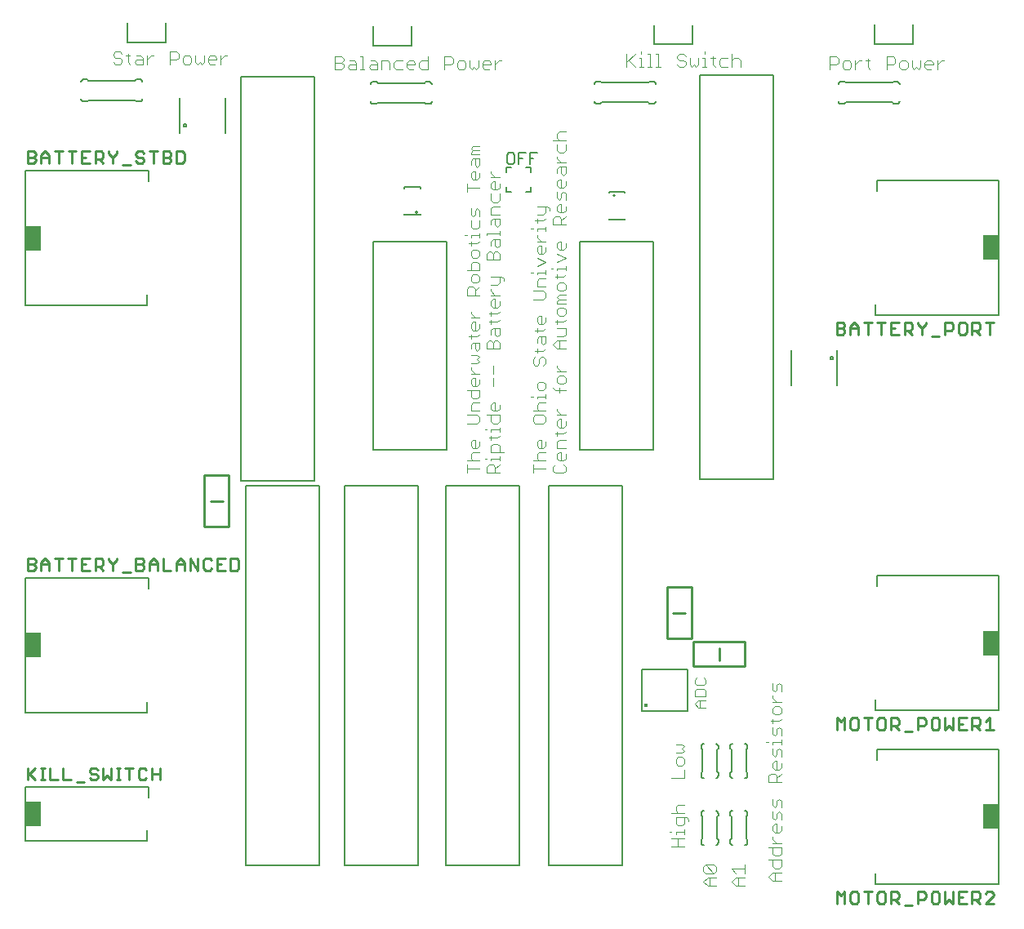
<source format=gto>
G75*
%MOIN*%
%OFA0B0*%
%FSLAX25Y25*%
%IPPOS*%
%LPD*%
%AMOC8*
5,1,8,0,0,1.08239X$1,22.5*
%
%ADD10C,0.00400*%
%ADD11C,0.00800*%
%ADD12C,0.01100*%
%ADD13R,0.05906X0.09843*%
%ADD14C,0.01000*%
%ADD15C,0.00600*%
%ADD16C,0.01682*%
%ADD17C,0.00500*%
D10*
X0182796Y0215830D02*
X0182796Y0219233D01*
X0182796Y0220894D02*
X0187900Y0220894D01*
X0190195Y0221745D02*
X0191046Y0221745D01*
X0192747Y0221745D02*
X0196150Y0221745D01*
X0196150Y0220894D02*
X0196150Y0222596D01*
X0196150Y0224270D02*
X0196150Y0226823D01*
X0195299Y0227673D01*
X0193598Y0227673D01*
X0192747Y0226823D01*
X0192747Y0224270D01*
X0197851Y0224270D01*
X0195299Y0230186D02*
X0196150Y0231036D01*
X0195299Y0230186D02*
X0191896Y0230186D01*
X0192747Y0231036D02*
X0192747Y0229335D01*
X0192747Y0232711D02*
X0192747Y0233562D01*
X0196150Y0233562D01*
X0196150Y0234412D02*
X0196150Y0232711D01*
X0195299Y0236087D02*
X0193598Y0236087D01*
X0192747Y0236938D01*
X0192747Y0239490D01*
X0191046Y0239490D02*
X0196150Y0239490D01*
X0196150Y0236938D01*
X0195299Y0236087D01*
X0191046Y0233562D02*
X0190195Y0233562D01*
X0187049Y0236087D02*
X0187900Y0236938D01*
X0187900Y0238639D01*
X0187049Y0239490D01*
X0182796Y0239490D01*
X0184497Y0241152D02*
X0184497Y0243704D01*
X0185348Y0244554D01*
X0187900Y0244554D01*
X0187049Y0246216D02*
X0185348Y0246216D01*
X0184497Y0247067D01*
X0184497Y0249619D01*
X0182796Y0249619D02*
X0187900Y0249619D01*
X0187900Y0247067D01*
X0187049Y0246216D01*
X0187049Y0251280D02*
X0185348Y0251280D01*
X0184497Y0252131D01*
X0184497Y0253832D01*
X0185348Y0254683D01*
X0186199Y0254683D01*
X0186199Y0251280D01*
X0187049Y0251280D02*
X0187900Y0252131D01*
X0187900Y0253832D01*
X0187900Y0256344D02*
X0184497Y0256344D01*
X0186199Y0256344D02*
X0184497Y0258046D01*
X0184497Y0258897D01*
X0184497Y0260565D02*
X0187049Y0260565D01*
X0187900Y0261415D01*
X0187049Y0262266D01*
X0187900Y0263117D01*
X0187049Y0263968D01*
X0184497Y0263968D01*
X0184497Y0266480D02*
X0184497Y0268181D01*
X0185348Y0269032D01*
X0187900Y0269032D01*
X0187900Y0266480D01*
X0187049Y0265629D01*
X0186199Y0266480D01*
X0186199Y0269032D01*
X0184497Y0270693D02*
X0184497Y0272395D01*
X0183646Y0271544D02*
X0187049Y0271544D01*
X0187900Y0272395D01*
X0187049Y0274070D02*
X0185348Y0274070D01*
X0184497Y0274920D01*
X0184497Y0276622D01*
X0185348Y0277473D01*
X0186199Y0277473D01*
X0186199Y0274070D01*
X0187049Y0274070D02*
X0187900Y0274920D01*
X0187900Y0276622D01*
X0187900Y0279134D02*
X0184497Y0279134D01*
X0184497Y0280835D02*
X0184497Y0281686D01*
X0184497Y0280835D02*
X0186199Y0279134D01*
X0191896Y0277453D02*
X0195299Y0277453D01*
X0196150Y0278303D01*
X0195299Y0280829D02*
X0191896Y0280829D01*
X0192747Y0281679D02*
X0192747Y0279978D01*
X0192747Y0278303D02*
X0192747Y0276602D01*
X0193598Y0274940D02*
X0192747Y0274090D01*
X0192747Y0272388D01*
X0194449Y0272388D02*
X0195299Y0271537D01*
X0196150Y0272388D01*
X0196150Y0274940D01*
X0193598Y0274940D01*
X0194449Y0274940D02*
X0194449Y0272388D01*
X0194449Y0269876D02*
X0195299Y0269876D01*
X0196150Y0269025D01*
X0196150Y0266473D01*
X0191046Y0266473D01*
X0191046Y0269025D01*
X0191896Y0269876D01*
X0192747Y0269876D01*
X0193598Y0269025D01*
X0193598Y0266473D01*
X0193598Y0269025D02*
X0194449Y0269876D01*
X0193598Y0259747D02*
X0193598Y0256345D01*
X0193598Y0254683D02*
X0193598Y0251280D01*
X0193598Y0244554D02*
X0194449Y0244554D01*
X0194449Y0241152D01*
X0195299Y0241152D02*
X0193598Y0241152D01*
X0192747Y0242002D01*
X0192747Y0243704D01*
X0193598Y0244554D01*
X0196150Y0243704D02*
X0196150Y0242002D01*
X0195299Y0241152D01*
X0187900Y0241152D02*
X0184497Y0241152D01*
X0182796Y0236087D02*
X0187049Y0236087D01*
X0186199Y0229361D02*
X0186199Y0225959D01*
X0187049Y0225959D02*
X0185348Y0225959D01*
X0184497Y0226809D01*
X0184497Y0228511D01*
X0185348Y0229361D01*
X0186199Y0229361D01*
X0187900Y0228511D02*
X0187900Y0226809D01*
X0187049Y0225959D01*
X0187900Y0224297D02*
X0185348Y0224297D01*
X0184497Y0223446D01*
X0184497Y0221745D01*
X0185348Y0220894D01*
X0187900Y0217531D02*
X0182796Y0217531D01*
X0191046Y0218382D02*
X0191896Y0219233D01*
X0193598Y0219233D01*
X0194449Y0218382D01*
X0194449Y0215830D01*
X0196150Y0215830D02*
X0191046Y0215830D01*
X0191046Y0218382D01*
X0192747Y0220894D02*
X0192747Y0221745D01*
X0196150Y0219233D02*
X0194449Y0217531D01*
X0209796Y0217531D02*
X0214900Y0217531D01*
X0218046Y0216681D02*
X0218896Y0215830D01*
X0222299Y0215830D01*
X0223150Y0216681D01*
X0223150Y0218382D01*
X0222299Y0219233D01*
X0222299Y0220894D02*
X0220598Y0220894D01*
X0219747Y0221745D01*
X0219747Y0223446D01*
X0220598Y0224297D01*
X0221449Y0224297D01*
X0221449Y0220894D01*
X0222299Y0220894D02*
X0223150Y0221745D01*
X0223150Y0223446D01*
X0223150Y0225959D02*
X0219747Y0225959D01*
X0219747Y0228511D01*
X0220598Y0229361D01*
X0223150Y0229361D01*
X0222299Y0231874D02*
X0218896Y0231874D01*
X0219747Y0232724D02*
X0219747Y0231023D01*
X0222299Y0231874D02*
X0223150Y0232724D01*
X0222299Y0234399D02*
X0220598Y0234399D01*
X0219747Y0235250D01*
X0219747Y0236951D01*
X0220598Y0237802D01*
X0221449Y0237802D01*
X0221449Y0234399D01*
X0222299Y0234399D02*
X0223150Y0235250D01*
X0223150Y0236951D01*
X0223150Y0239463D02*
X0219747Y0239463D01*
X0221449Y0239463D02*
X0219747Y0241165D01*
X0219747Y0242016D01*
X0214900Y0241152D02*
X0209796Y0241152D01*
X0210646Y0239490D02*
X0209796Y0238639D01*
X0209796Y0236938D01*
X0210646Y0236087D01*
X0214049Y0236087D01*
X0214900Y0236938D01*
X0214900Y0238639D01*
X0214049Y0239490D01*
X0210646Y0239490D01*
X0212348Y0241152D02*
X0211497Y0242002D01*
X0211497Y0243704D01*
X0212348Y0244554D01*
X0214900Y0244554D01*
X0214900Y0246216D02*
X0214900Y0247917D01*
X0214900Y0247067D02*
X0211497Y0247067D01*
X0211497Y0246216D01*
X0209796Y0247067D02*
X0208945Y0247067D01*
X0211497Y0250443D02*
X0212348Y0249592D01*
X0214049Y0249592D01*
X0214900Y0250443D01*
X0214900Y0252144D01*
X0214049Y0252995D01*
X0212348Y0252995D01*
X0211497Y0252144D01*
X0211497Y0250443D01*
X0218046Y0250449D02*
X0218896Y0249599D01*
X0223150Y0249599D01*
X0222299Y0252124D02*
X0220598Y0252124D01*
X0219747Y0252975D01*
X0219747Y0254676D01*
X0220598Y0255527D01*
X0222299Y0255527D01*
X0223150Y0254676D01*
X0223150Y0252975D01*
X0222299Y0252124D01*
X0220598Y0250449D02*
X0220598Y0248748D01*
X0221449Y0257189D02*
X0219747Y0258890D01*
X0219747Y0259741D01*
X0219747Y0257189D02*
X0223150Y0257189D01*
X0214900Y0260571D02*
X0214049Y0259721D01*
X0214900Y0260571D02*
X0214900Y0262273D01*
X0214049Y0263124D01*
X0213199Y0263124D01*
X0212348Y0262273D01*
X0212348Y0260571D01*
X0211497Y0259721D01*
X0210646Y0259721D01*
X0209796Y0260571D01*
X0209796Y0262273D01*
X0210646Y0263124D01*
X0211497Y0264785D02*
X0211497Y0266486D01*
X0210646Y0265636D02*
X0214049Y0265636D01*
X0214900Y0266486D01*
X0214049Y0268161D02*
X0213199Y0269012D01*
X0213199Y0271564D01*
X0212348Y0271564D02*
X0214900Y0271564D01*
X0214900Y0269012D01*
X0214049Y0268161D01*
X0211497Y0269012D02*
X0211497Y0270713D01*
X0212348Y0271564D01*
X0211497Y0273226D02*
X0211497Y0274927D01*
X0210646Y0274076D02*
X0214049Y0274076D01*
X0214900Y0274927D01*
X0214049Y0276602D02*
X0212348Y0276602D01*
X0211497Y0277453D01*
X0211497Y0279154D01*
X0212348Y0280005D01*
X0213199Y0280005D01*
X0213199Y0276602D01*
X0214049Y0276602D02*
X0214900Y0277453D01*
X0214900Y0279154D01*
X0218896Y0277452D02*
X0222299Y0277452D01*
X0223150Y0278303D01*
X0222299Y0279978D02*
X0223150Y0280829D01*
X0223150Y0282530D01*
X0222299Y0283381D01*
X0220598Y0283381D01*
X0219747Y0282530D01*
X0219747Y0280829D01*
X0220598Y0279978D01*
X0222299Y0279978D01*
X0219747Y0278303D02*
X0219747Y0276602D01*
X0219747Y0274940D02*
X0223150Y0274940D01*
X0223150Y0272388D01*
X0222299Y0271537D01*
X0219747Y0271537D01*
X0219747Y0269876D02*
X0223150Y0269876D01*
X0220598Y0269876D02*
X0220598Y0266473D01*
X0219747Y0266473D02*
X0218046Y0268175D01*
X0219747Y0269876D01*
X0219747Y0266473D02*
X0223150Y0266473D01*
X0223150Y0285042D02*
X0219747Y0285042D01*
X0219747Y0285893D01*
X0220598Y0286744D01*
X0219747Y0287594D01*
X0220598Y0288445D01*
X0223150Y0288445D01*
X0223150Y0286744D02*
X0220598Y0286744D01*
X0220598Y0290107D02*
X0222299Y0290107D01*
X0223150Y0290957D01*
X0223150Y0292659D01*
X0222299Y0293510D01*
X0220598Y0293510D01*
X0219747Y0292659D01*
X0219747Y0290957D01*
X0220598Y0290107D01*
X0219747Y0295171D02*
X0219747Y0296872D01*
X0218896Y0296022D02*
X0222299Y0296022D01*
X0223150Y0296872D01*
X0223150Y0298547D02*
X0223150Y0300249D01*
X0223150Y0299398D02*
X0219747Y0299398D01*
X0219747Y0298547D01*
X0218046Y0299398D02*
X0217195Y0299398D01*
X0214900Y0298561D02*
X0214900Y0296859D01*
X0214900Y0297710D02*
X0211497Y0297710D01*
X0211497Y0296859D01*
X0212348Y0295198D02*
X0214900Y0295198D01*
X0212348Y0295198D02*
X0211497Y0294347D01*
X0211497Y0291795D01*
X0214900Y0291795D01*
X0214049Y0290133D02*
X0209796Y0290133D01*
X0209796Y0286730D02*
X0214049Y0286730D01*
X0214900Y0287581D01*
X0214900Y0289283D01*
X0214049Y0290133D01*
X0209796Y0297710D02*
X0208945Y0297710D01*
X0211497Y0300235D02*
X0214900Y0301937D01*
X0211497Y0303638D01*
X0212348Y0305300D02*
X0211497Y0306150D01*
X0211497Y0307852D01*
X0212348Y0308703D01*
X0213199Y0308703D01*
X0213199Y0305300D01*
X0214049Y0305300D02*
X0212348Y0305300D01*
X0214049Y0305300D02*
X0214900Y0306150D01*
X0214900Y0307852D01*
X0214900Y0310364D02*
X0211497Y0310364D01*
X0211497Y0312065D02*
X0211497Y0312916D01*
X0211497Y0312065D02*
X0213199Y0310364D01*
X0214900Y0314584D02*
X0214900Y0316286D01*
X0214900Y0315435D02*
X0211497Y0315435D01*
X0211497Y0314584D01*
X0209796Y0315435D02*
X0208945Y0315435D01*
X0211497Y0317960D02*
X0211497Y0319662D01*
X0210646Y0318811D02*
X0214049Y0318811D01*
X0214900Y0319662D01*
X0214049Y0321337D02*
X0211497Y0321337D01*
X0214049Y0321337D02*
X0214900Y0322187D01*
X0214900Y0324740D01*
X0215751Y0324740D02*
X0216601Y0323889D01*
X0216601Y0323038D01*
X0215751Y0324740D02*
X0211497Y0324740D01*
X0219747Y0324733D02*
X0220598Y0325584D01*
X0221449Y0325584D01*
X0221449Y0322181D01*
X0222299Y0322181D02*
X0220598Y0322181D01*
X0219747Y0323031D01*
X0219747Y0324733D01*
X0220598Y0327245D02*
X0219747Y0328096D01*
X0219747Y0330648D01*
X0220598Y0332309D02*
X0219747Y0333160D01*
X0219747Y0334861D01*
X0220598Y0335712D01*
X0221449Y0335712D01*
X0221449Y0332309D01*
X0222299Y0332309D02*
X0220598Y0332309D01*
X0222299Y0332309D02*
X0223150Y0333160D01*
X0223150Y0334861D01*
X0222299Y0337374D02*
X0221449Y0338224D01*
X0221449Y0340777D01*
X0220598Y0340777D02*
X0223150Y0340777D01*
X0223150Y0338224D01*
X0222299Y0337374D01*
X0219747Y0338224D02*
X0219747Y0339926D01*
X0220598Y0340777D01*
X0221449Y0342438D02*
X0219747Y0344139D01*
X0219747Y0344990D01*
X0220598Y0346658D02*
X0222299Y0346658D01*
X0223150Y0347509D01*
X0223150Y0350061D01*
X0223150Y0351723D02*
X0218046Y0351723D01*
X0219747Y0352573D02*
X0219747Y0354275D01*
X0220598Y0355125D01*
X0223150Y0355125D01*
X0220598Y0351723D02*
X0219747Y0352573D01*
X0219747Y0350061D02*
X0219747Y0347509D01*
X0220598Y0346658D01*
X0219747Y0342438D02*
X0223150Y0342438D01*
X0222299Y0330648D02*
X0221449Y0329797D01*
X0221449Y0328096D01*
X0220598Y0327245D01*
X0223150Y0327245D02*
X0223150Y0329797D01*
X0222299Y0330648D01*
X0223150Y0324733D02*
X0223150Y0323031D01*
X0222299Y0322181D01*
X0223150Y0320519D02*
X0221449Y0318818D01*
X0221449Y0319669D02*
X0221449Y0317116D01*
X0223150Y0317116D02*
X0218046Y0317116D01*
X0218046Y0319669D01*
X0218896Y0320519D01*
X0220598Y0320519D01*
X0221449Y0319669D01*
X0221449Y0310391D02*
X0221449Y0306988D01*
X0222299Y0306988D02*
X0220598Y0306988D01*
X0219747Y0307838D01*
X0219747Y0309540D01*
X0220598Y0310391D01*
X0221449Y0310391D01*
X0223150Y0309540D02*
X0223150Y0307838D01*
X0222299Y0306988D01*
X0219747Y0305326D02*
X0223150Y0303625D01*
X0219747Y0301923D01*
X0197851Y0295191D02*
X0197851Y0294340D01*
X0197851Y0295191D02*
X0197001Y0296042D01*
X0192747Y0296042D01*
X0196150Y0296042D02*
X0196150Y0293490D01*
X0195299Y0292639D01*
X0192747Y0292639D01*
X0192747Y0290971D02*
X0192747Y0290120D01*
X0194449Y0288419D01*
X0194449Y0286757D02*
X0194449Y0283354D01*
X0195299Y0283354D02*
X0193598Y0283354D01*
X0192747Y0284205D01*
X0192747Y0285906D01*
X0193598Y0286757D01*
X0194449Y0286757D01*
X0196150Y0285906D02*
X0196150Y0284205D01*
X0195299Y0283354D01*
X0196150Y0281679D02*
X0195299Y0280829D01*
X0196150Y0288419D02*
X0192747Y0288419D01*
X0187900Y0288419D02*
X0182796Y0288419D01*
X0182796Y0290971D01*
X0183646Y0291821D01*
X0185348Y0291821D01*
X0186199Y0290971D01*
X0186199Y0288419D01*
X0186199Y0290120D02*
X0187900Y0291821D01*
X0187049Y0293483D02*
X0187900Y0294334D01*
X0187900Y0296035D01*
X0187049Y0296886D01*
X0185348Y0296886D01*
X0184497Y0296035D01*
X0184497Y0294334D01*
X0185348Y0293483D01*
X0187049Y0293483D01*
X0187900Y0298547D02*
X0182796Y0298547D01*
X0184497Y0298547D02*
X0184497Y0301099D01*
X0185348Y0301950D01*
X0187049Y0301950D01*
X0187900Y0301099D01*
X0187900Y0298547D01*
X0187049Y0303611D02*
X0187900Y0304462D01*
X0187900Y0306164D01*
X0187049Y0307014D01*
X0185348Y0307014D01*
X0184497Y0306164D01*
X0184497Y0304462D01*
X0185348Y0303611D01*
X0187049Y0303611D01*
X0191046Y0302767D02*
X0191046Y0305320D01*
X0191896Y0306170D01*
X0192747Y0306170D01*
X0193598Y0305320D01*
X0193598Y0302767D01*
X0196150Y0302767D02*
X0196150Y0305320D01*
X0195299Y0306170D01*
X0194449Y0306170D01*
X0193598Y0305320D01*
X0195299Y0307832D02*
X0194449Y0308682D01*
X0194449Y0311235D01*
X0193598Y0311235D02*
X0196150Y0311235D01*
X0196150Y0308682D01*
X0195299Y0307832D01*
X0192747Y0308682D02*
X0192747Y0310384D01*
X0193598Y0311235D01*
X0196150Y0312896D02*
X0196150Y0314598D01*
X0196150Y0313747D02*
X0191046Y0313747D01*
X0191046Y0312896D01*
X0187900Y0312903D02*
X0184497Y0312903D01*
X0184497Y0312052D01*
X0184497Y0310377D02*
X0184497Y0308676D01*
X0183646Y0309527D02*
X0187049Y0309527D01*
X0187900Y0310377D01*
X0187900Y0312052D02*
X0187900Y0313753D01*
X0187049Y0315428D02*
X0187900Y0316279D01*
X0187900Y0318831D01*
X0187900Y0320493D02*
X0187900Y0323045D01*
X0187049Y0323895D01*
X0186199Y0323045D01*
X0186199Y0321343D01*
X0185348Y0320493D01*
X0184497Y0321343D01*
X0184497Y0323895D01*
X0184497Y0318831D02*
X0184497Y0316279D01*
X0185348Y0315428D01*
X0187049Y0315428D01*
X0182796Y0312903D02*
X0181945Y0312903D01*
X0192747Y0317123D02*
X0192747Y0318824D01*
X0193598Y0319675D01*
X0196150Y0319675D01*
X0196150Y0317123D01*
X0195299Y0316272D01*
X0194449Y0317123D01*
X0194449Y0319675D01*
X0196150Y0321337D02*
X0192747Y0321337D01*
X0192747Y0323889D01*
X0193598Y0324740D01*
X0196150Y0324740D01*
X0195299Y0326401D02*
X0196150Y0327252D01*
X0196150Y0329804D01*
X0195299Y0331465D02*
X0193598Y0331465D01*
X0192747Y0332316D01*
X0192747Y0334017D01*
X0193598Y0334868D01*
X0194449Y0334868D01*
X0194449Y0331465D01*
X0195299Y0331465D02*
X0196150Y0332316D01*
X0196150Y0334017D01*
X0196150Y0336530D02*
X0192747Y0336530D01*
X0192747Y0338231D02*
X0192747Y0339082D01*
X0192747Y0338231D02*
X0194449Y0336530D01*
X0192747Y0329804D02*
X0192747Y0327252D01*
X0193598Y0326401D01*
X0195299Y0326401D01*
X0187900Y0332323D02*
X0182796Y0332323D01*
X0182796Y0334024D02*
X0182796Y0330621D01*
X0185348Y0335686D02*
X0184497Y0336536D01*
X0184497Y0338238D01*
X0185348Y0339088D01*
X0186199Y0339088D01*
X0186199Y0335686D01*
X0187049Y0335686D02*
X0185348Y0335686D01*
X0187049Y0335686D02*
X0187900Y0336536D01*
X0187900Y0338238D01*
X0187049Y0340750D02*
X0186199Y0341601D01*
X0186199Y0344153D01*
X0185348Y0344153D02*
X0187900Y0344153D01*
X0187900Y0341601D01*
X0187049Y0340750D01*
X0184497Y0341601D02*
X0184497Y0343302D01*
X0185348Y0344153D01*
X0184497Y0345814D02*
X0184497Y0346665D01*
X0185348Y0347516D01*
X0184497Y0348366D01*
X0185348Y0349217D01*
X0187900Y0349217D01*
X0187900Y0347516D02*
X0185348Y0347516D01*
X0184497Y0345814D02*
X0187900Y0345814D01*
X0186654Y0380700D02*
X0187521Y0381567D01*
X0187521Y0384170D01*
X0189208Y0383302D02*
X0190075Y0384170D01*
X0191810Y0384170D01*
X0192678Y0383302D01*
X0192678Y0382435D01*
X0189208Y0382435D01*
X0189208Y0383302D02*
X0189208Y0381567D01*
X0190075Y0380700D01*
X0191810Y0380700D01*
X0194364Y0380700D02*
X0194364Y0384170D01*
X0196099Y0384170D02*
X0196967Y0384170D01*
X0196099Y0384170D02*
X0194364Y0382435D01*
X0186654Y0380700D02*
X0185786Y0381567D01*
X0184919Y0380700D01*
X0184052Y0381567D01*
X0184052Y0384170D01*
X0182365Y0383302D02*
X0181497Y0384170D01*
X0179763Y0384170D01*
X0178895Y0383302D01*
X0178895Y0381567D01*
X0179763Y0380700D01*
X0181497Y0380700D01*
X0182365Y0381567D01*
X0182365Y0383302D01*
X0177208Y0383302D02*
X0176341Y0382435D01*
X0173739Y0382435D01*
X0173739Y0380700D02*
X0173739Y0385904D01*
X0176341Y0385904D01*
X0177208Y0385037D01*
X0177208Y0383302D01*
X0166896Y0384170D02*
X0164293Y0384170D01*
X0163426Y0383302D01*
X0163426Y0381567D01*
X0164293Y0380700D01*
X0166896Y0380700D01*
X0166896Y0385904D01*
X0161739Y0383302D02*
X0161739Y0382435D01*
X0158270Y0382435D01*
X0158270Y0383302D02*
X0159137Y0384170D01*
X0160872Y0384170D01*
X0161739Y0383302D01*
X0160872Y0380700D02*
X0159137Y0380700D01*
X0158270Y0381567D01*
X0158270Y0383302D01*
X0156583Y0384170D02*
X0153981Y0384170D01*
X0153113Y0383302D01*
X0153113Y0381567D01*
X0153981Y0380700D01*
X0156583Y0380700D01*
X0151426Y0380700D02*
X0151426Y0383302D01*
X0150559Y0384170D01*
X0147957Y0384170D01*
X0147957Y0380700D01*
X0146270Y0380700D02*
X0143668Y0380700D01*
X0142800Y0381567D01*
X0143668Y0382435D01*
X0146270Y0382435D01*
X0146270Y0383302D02*
X0146270Y0380700D01*
X0146270Y0383302D02*
X0145403Y0384170D01*
X0143668Y0384170D01*
X0140230Y0385904D02*
X0140230Y0380700D01*
X0139363Y0380700D02*
X0141098Y0380700D01*
X0137676Y0380700D02*
X0137676Y0383302D01*
X0136809Y0384170D01*
X0135074Y0384170D01*
X0135074Y0382435D02*
X0137676Y0382435D01*
X0137676Y0380700D02*
X0135074Y0380700D01*
X0134206Y0381567D01*
X0135074Y0382435D01*
X0132520Y0382435D02*
X0132520Y0381567D01*
X0131652Y0380700D01*
X0129050Y0380700D01*
X0129050Y0385904D01*
X0131652Y0385904D01*
X0132520Y0385037D01*
X0132520Y0384170D01*
X0131652Y0383302D01*
X0129050Y0383302D01*
X0131652Y0383302D02*
X0132520Y0382435D01*
X0139363Y0385904D02*
X0140230Y0385904D01*
X0084982Y0386170D02*
X0084114Y0386170D01*
X0082379Y0384435D01*
X0080693Y0384435D02*
X0077223Y0384435D01*
X0077223Y0385302D02*
X0078090Y0386170D01*
X0079825Y0386170D01*
X0080693Y0385302D01*
X0080693Y0384435D01*
X0079825Y0382700D02*
X0078090Y0382700D01*
X0077223Y0383567D01*
X0077223Y0385302D01*
X0075536Y0386170D02*
X0075536Y0383567D01*
X0074669Y0382700D01*
X0073801Y0383567D01*
X0072934Y0382700D01*
X0072067Y0383567D01*
X0072067Y0386170D01*
X0070380Y0385302D02*
X0069512Y0386170D01*
X0067778Y0386170D01*
X0066910Y0385302D01*
X0066910Y0383567D01*
X0067778Y0382700D01*
X0069512Y0382700D01*
X0070380Y0383567D01*
X0070380Y0385302D01*
X0065223Y0385302D02*
X0065223Y0387037D01*
X0064356Y0387904D01*
X0061754Y0387904D01*
X0061754Y0382700D01*
X0061754Y0384435D02*
X0064356Y0384435D01*
X0065223Y0385302D01*
X0054903Y0386170D02*
X0054035Y0386170D01*
X0052300Y0384435D01*
X0050614Y0384435D02*
X0048011Y0384435D01*
X0047144Y0383567D01*
X0048011Y0382700D01*
X0050614Y0382700D01*
X0050614Y0385302D01*
X0049746Y0386170D01*
X0048011Y0386170D01*
X0045441Y0386170D02*
X0043706Y0386170D01*
X0044574Y0387037D02*
X0044574Y0383567D01*
X0045441Y0382700D01*
X0042020Y0383567D02*
X0041152Y0382700D01*
X0039417Y0382700D01*
X0038550Y0383567D01*
X0039417Y0385302D02*
X0041152Y0385302D01*
X0042020Y0384435D01*
X0042020Y0383567D01*
X0039417Y0385302D02*
X0038550Y0386170D01*
X0038550Y0387037D01*
X0039417Y0387904D01*
X0041152Y0387904D01*
X0042020Y0387037D01*
X0052300Y0386170D02*
X0052300Y0382700D01*
X0082379Y0382700D02*
X0082379Y0386170D01*
X0191046Y0302767D02*
X0196150Y0302767D01*
X0212348Y0229361D02*
X0213199Y0229361D01*
X0213199Y0225959D01*
X0214049Y0225959D02*
X0212348Y0225959D01*
X0211497Y0226809D01*
X0211497Y0228511D01*
X0212348Y0229361D01*
X0214900Y0228511D02*
X0214900Y0226809D01*
X0214049Y0225959D01*
X0214900Y0224297D02*
X0212348Y0224297D01*
X0211497Y0223446D01*
X0211497Y0221745D01*
X0212348Y0220894D01*
X0209796Y0220894D02*
X0214900Y0220894D01*
X0218046Y0218382D02*
X0218046Y0216681D01*
X0218046Y0218382D02*
X0218896Y0219233D01*
X0209796Y0219233D02*
X0209796Y0215830D01*
X0276567Y0132172D02*
X0275800Y0131405D01*
X0275800Y0129870D01*
X0276567Y0129103D01*
X0279637Y0129103D01*
X0280404Y0129870D01*
X0280404Y0131405D01*
X0279637Y0132172D01*
X0279637Y0127568D02*
X0276567Y0127568D01*
X0275800Y0126801D01*
X0275800Y0124499D01*
X0280404Y0124499D01*
X0280404Y0126801D01*
X0279637Y0127568D01*
X0280404Y0122964D02*
X0277335Y0122964D01*
X0275800Y0121430D01*
X0277335Y0119895D01*
X0280404Y0119895D01*
X0278102Y0119895D02*
X0278102Y0122964D01*
X0270783Y0104982D02*
X0268180Y0104982D01*
X0270783Y0104982D02*
X0271650Y0104115D01*
X0270783Y0103248D01*
X0271650Y0102380D01*
X0270783Y0101513D01*
X0268180Y0101513D01*
X0269048Y0099826D02*
X0268180Y0098959D01*
X0268180Y0097224D01*
X0269048Y0096356D01*
X0270783Y0096356D01*
X0271650Y0097224D01*
X0271650Y0098959D01*
X0270783Y0099826D01*
X0269048Y0099826D01*
X0271650Y0094670D02*
X0271650Y0091200D01*
X0266446Y0091200D01*
X0269048Y0080420D02*
X0271650Y0080420D01*
X0269048Y0080420D02*
X0268180Y0079553D01*
X0268180Y0077818D01*
X0269048Y0076950D01*
X0268180Y0075264D02*
X0268180Y0072661D01*
X0269048Y0071794D01*
X0270783Y0071794D01*
X0271650Y0072661D01*
X0271650Y0075264D01*
X0272517Y0075264D02*
X0268180Y0075264D01*
X0266446Y0076950D02*
X0271650Y0076950D01*
X0272517Y0075264D02*
X0273385Y0074396D01*
X0273385Y0073529D01*
X0271650Y0070091D02*
X0271650Y0068356D01*
X0271650Y0069224D02*
X0268180Y0069224D01*
X0268180Y0068356D01*
X0269048Y0066670D02*
X0269048Y0063200D01*
X0271650Y0063200D02*
X0266446Y0063200D01*
X0266446Y0066670D02*
X0271650Y0066670D01*
X0266446Y0069224D02*
X0265578Y0069224D01*
X0279446Y0054959D02*
X0280313Y0055826D01*
X0283783Y0052356D01*
X0284650Y0053224D01*
X0284650Y0054959D01*
X0283783Y0055826D01*
X0280313Y0055826D01*
X0279446Y0054959D02*
X0279446Y0053224D01*
X0280313Y0052356D01*
X0283783Y0052356D01*
X0284650Y0050670D02*
X0281180Y0050670D01*
X0279446Y0048935D01*
X0281180Y0047200D01*
X0284650Y0047200D01*
X0282048Y0047200D02*
X0282048Y0050670D01*
X0290946Y0048935D02*
X0292680Y0047200D01*
X0296150Y0047200D01*
X0293548Y0047200D02*
X0293548Y0050670D01*
X0292680Y0050670D02*
X0296150Y0050670D01*
X0296150Y0052356D02*
X0296150Y0055826D01*
X0296150Y0054091D02*
X0290946Y0054091D01*
X0292680Y0052356D01*
X0292680Y0050670D02*
X0290946Y0048935D01*
X0305946Y0050935D02*
X0307680Y0052670D01*
X0311150Y0052670D01*
X0310283Y0054356D02*
X0308548Y0054356D01*
X0307680Y0055224D01*
X0307680Y0057826D01*
X0305946Y0057826D02*
X0311150Y0057826D01*
X0311150Y0055224D01*
X0310283Y0054356D01*
X0308548Y0052670D02*
X0308548Y0049200D01*
X0307680Y0049200D02*
X0305946Y0050935D01*
X0307680Y0049200D02*
X0311150Y0049200D01*
X0310283Y0059513D02*
X0308548Y0059513D01*
X0307680Y0060380D01*
X0307680Y0062982D01*
X0307680Y0064669D02*
X0311150Y0064669D01*
X0311150Y0062982D02*
X0311150Y0060380D01*
X0310283Y0059513D01*
X0311150Y0062982D02*
X0305946Y0062982D01*
X0307680Y0066404D02*
X0307680Y0067271D01*
X0307680Y0066404D02*
X0309415Y0064669D01*
X0309415Y0068966D02*
X0309415Y0072436D01*
X0308548Y0072436D01*
X0307680Y0071568D01*
X0307680Y0069834D01*
X0308548Y0068966D01*
X0310283Y0068966D01*
X0311150Y0069834D01*
X0311150Y0071568D01*
X0311150Y0074123D02*
X0311150Y0076725D01*
X0310283Y0077592D01*
X0309415Y0076725D01*
X0309415Y0074990D01*
X0308548Y0074123D01*
X0307680Y0074990D01*
X0307680Y0077592D01*
X0308548Y0079279D02*
X0307680Y0080146D01*
X0307680Y0082749D01*
X0309415Y0081881D02*
X0309415Y0080146D01*
X0308548Y0079279D01*
X0311150Y0079279D02*
X0311150Y0081881D01*
X0310283Y0082749D01*
X0309415Y0081881D01*
X0309415Y0089592D02*
X0309415Y0092194D01*
X0308548Y0093061D01*
X0306813Y0093061D01*
X0305946Y0092194D01*
X0305946Y0089592D01*
X0311150Y0089592D01*
X0309415Y0091327D02*
X0311150Y0093061D01*
X0310283Y0094748D02*
X0308548Y0094748D01*
X0307680Y0095616D01*
X0307680Y0097350D01*
X0308548Y0098218D01*
X0309415Y0098218D01*
X0309415Y0094748D01*
X0310283Y0094748D02*
X0311150Y0095616D01*
X0311150Y0097350D01*
X0311150Y0099905D02*
X0311150Y0102507D01*
X0310283Y0103374D01*
X0309415Y0102507D01*
X0309415Y0100772D01*
X0308548Y0099905D01*
X0307680Y0100772D01*
X0307680Y0103374D01*
X0307680Y0105061D02*
X0307680Y0105928D01*
X0311150Y0105928D01*
X0311150Y0105061D02*
X0311150Y0106796D01*
X0311150Y0108499D02*
X0311150Y0111101D01*
X0310283Y0111968D01*
X0309415Y0111101D01*
X0309415Y0109366D01*
X0308548Y0108499D01*
X0307680Y0109366D01*
X0307680Y0111968D01*
X0307680Y0113655D02*
X0307680Y0115390D01*
X0306813Y0114522D02*
X0310283Y0114522D01*
X0311150Y0115390D01*
X0310283Y0117093D02*
X0311150Y0117960D01*
X0311150Y0119695D01*
X0310283Y0120562D01*
X0308548Y0120562D01*
X0307680Y0119695D01*
X0307680Y0117960D01*
X0308548Y0117093D01*
X0310283Y0117093D01*
X0311150Y0122249D02*
X0307680Y0122249D01*
X0307680Y0123984D02*
X0307680Y0124851D01*
X0307680Y0123984D02*
X0309415Y0122249D01*
X0308548Y0126546D02*
X0307680Y0127413D01*
X0307680Y0130016D01*
X0309415Y0129148D02*
X0309415Y0127413D01*
X0308548Y0126546D01*
X0311150Y0126546D02*
X0311150Y0129148D01*
X0310283Y0130016D01*
X0309415Y0129148D01*
X0305946Y0105928D02*
X0305078Y0105928D01*
X0294490Y0381700D02*
X0294490Y0384302D01*
X0293622Y0385170D01*
X0291887Y0385170D01*
X0291020Y0384302D01*
X0289333Y0385170D02*
X0286731Y0385170D01*
X0285864Y0384302D01*
X0285864Y0382567D01*
X0286731Y0381700D01*
X0289333Y0381700D01*
X0291020Y0381700D02*
X0291020Y0386904D01*
X0284161Y0385170D02*
X0282426Y0385170D01*
X0283293Y0386037D02*
X0283293Y0382567D01*
X0284161Y0381700D01*
X0280723Y0381700D02*
X0278988Y0381700D01*
X0279856Y0381700D02*
X0279856Y0385170D01*
X0278988Y0385170D01*
X0277302Y0385170D02*
X0277302Y0382567D01*
X0276434Y0381700D01*
X0275567Y0382567D01*
X0274699Y0381700D01*
X0273832Y0382567D01*
X0273832Y0385170D01*
X0272145Y0386037D02*
X0271278Y0386904D01*
X0269543Y0386904D01*
X0268676Y0386037D01*
X0268676Y0385170D01*
X0269543Y0384302D01*
X0271278Y0384302D01*
X0272145Y0383435D01*
X0272145Y0382567D01*
X0271278Y0381700D01*
X0269543Y0381700D01*
X0268676Y0382567D01*
X0261816Y0381700D02*
X0260082Y0381700D01*
X0260949Y0381700D02*
X0260949Y0386904D01*
X0260082Y0386904D01*
X0257511Y0386904D02*
X0257511Y0381700D01*
X0256644Y0381700D02*
X0258379Y0381700D01*
X0254941Y0381700D02*
X0253206Y0381700D01*
X0254074Y0381700D02*
X0254074Y0385170D01*
X0253206Y0385170D01*
X0254074Y0386904D02*
X0254074Y0387772D01*
X0251520Y0386904D02*
X0248050Y0383435D01*
X0248917Y0384302D02*
X0251520Y0381700D01*
X0248050Y0381700D02*
X0248050Y0386904D01*
X0256644Y0386904D02*
X0257511Y0386904D01*
X0279856Y0386904D02*
X0279856Y0387772D01*
X0331050Y0385904D02*
X0331050Y0380700D01*
X0331050Y0382435D02*
X0333652Y0382435D01*
X0334520Y0383302D01*
X0334520Y0385037D01*
X0333652Y0385904D01*
X0331050Y0385904D01*
X0336206Y0383302D02*
X0336206Y0381567D01*
X0337074Y0380700D01*
X0338809Y0380700D01*
X0339676Y0381567D01*
X0339676Y0383302D01*
X0338809Y0384170D01*
X0337074Y0384170D01*
X0336206Y0383302D01*
X0341363Y0382435D02*
X0343098Y0384170D01*
X0343965Y0384170D01*
X0345660Y0384170D02*
X0347395Y0384170D01*
X0346527Y0385037D02*
X0346527Y0381567D01*
X0347395Y0380700D01*
X0354254Y0380700D02*
X0354254Y0385904D01*
X0356856Y0385904D01*
X0357723Y0385037D01*
X0357723Y0383302D01*
X0356856Y0382435D01*
X0354254Y0382435D01*
X0359410Y0383302D02*
X0359410Y0381567D01*
X0360278Y0380700D01*
X0362012Y0380700D01*
X0362880Y0381567D01*
X0362880Y0383302D01*
X0362012Y0384170D01*
X0360278Y0384170D01*
X0359410Y0383302D01*
X0364567Y0384170D02*
X0364567Y0381567D01*
X0365434Y0380700D01*
X0366301Y0381567D01*
X0367169Y0380700D01*
X0368036Y0381567D01*
X0368036Y0384170D01*
X0369723Y0383302D02*
X0370590Y0384170D01*
X0372325Y0384170D01*
X0373193Y0383302D01*
X0373193Y0382435D01*
X0369723Y0382435D01*
X0369723Y0383302D02*
X0369723Y0381567D01*
X0370590Y0380700D01*
X0372325Y0380700D01*
X0374879Y0380700D02*
X0374879Y0384170D01*
X0376614Y0384170D02*
X0377482Y0384170D01*
X0376614Y0384170D02*
X0374879Y0382435D01*
X0341363Y0380700D02*
X0341363Y0384170D01*
D11*
X0052252Y0065441D02*
X0002646Y0065441D01*
X0002646Y0087559D01*
X0053039Y0087559D01*
X0053039Y0083228D01*
X0052252Y0069772D02*
X0052252Y0065441D01*
X0052252Y0117943D02*
X0002646Y0117943D01*
X0002646Y0173061D01*
X0053039Y0173061D01*
X0053039Y0168730D01*
X0052252Y0122274D02*
X0052252Y0117943D01*
X0052259Y0284183D02*
X0002653Y0284183D01*
X0002653Y0339301D01*
X0053046Y0339301D01*
X0053046Y0334970D01*
X0067209Y0357842D02*
X0067211Y0357889D01*
X0067217Y0357936D01*
X0067227Y0357983D01*
X0067240Y0358028D01*
X0067258Y0358072D01*
X0067279Y0358114D01*
X0067303Y0358155D01*
X0067331Y0358193D01*
X0067362Y0358229D01*
X0067396Y0358262D01*
X0067432Y0358292D01*
X0067471Y0358319D01*
X0067512Y0358343D01*
X0067555Y0358363D01*
X0067599Y0358379D01*
X0067645Y0358392D01*
X0067691Y0358401D01*
X0067739Y0358406D01*
X0067786Y0358407D01*
X0067833Y0358404D01*
X0067880Y0358397D01*
X0067926Y0358386D01*
X0067971Y0358372D01*
X0068015Y0358353D01*
X0068056Y0358331D01*
X0068096Y0358306D01*
X0068134Y0358277D01*
X0068169Y0358246D01*
X0068202Y0358211D01*
X0068231Y0358174D01*
X0068257Y0358135D01*
X0068280Y0358093D01*
X0068299Y0358050D01*
X0068315Y0358005D01*
X0068327Y0357959D01*
X0068335Y0357913D01*
X0068339Y0357866D01*
X0068339Y0357818D01*
X0068335Y0357771D01*
X0068327Y0357725D01*
X0068315Y0357679D01*
X0068299Y0357634D01*
X0068280Y0357591D01*
X0068257Y0357549D01*
X0068231Y0357510D01*
X0068202Y0357473D01*
X0068169Y0357438D01*
X0068134Y0357407D01*
X0068096Y0357378D01*
X0068057Y0357353D01*
X0068015Y0357331D01*
X0067971Y0357312D01*
X0067926Y0357298D01*
X0067880Y0357287D01*
X0067833Y0357280D01*
X0067786Y0357277D01*
X0067739Y0357278D01*
X0067691Y0357283D01*
X0067645Y0357292D01*
X0067599Y0357305D01*
X0067555Y0357321D01*
X0067512Y0357341D01*
X0067471Y0357365D01*
X0067432Y0357392D01*
X0067396Y0357422D01*
X0067362Y0357455D01*
X0067331Y0357491D01*
X0067303Y0357529D01*
X0067279Y0357570D01*
X0067258Y0357612D01*
X0067240Y0357656D01*
X0067227Y0357701D01*
X0067217Y0357748D01*
X0067211Y0357795D01*
X0067209Y0357842D01*
X0052259Y0288514D02*
X0052259Y0284183D01*
X0157411Y0321250D02*
X0157411Y0321624D01*
X0157411Y0321250D02*
X0163793Y0321250D01*
X0163793Y0321624D01*
X0163793Y0332077D02*
X0163793Y0332450D01*
X0157411Y0332450D01*
X0157411Y0332077D01*
X0241073Y0330531D02*
X0241073Y0330158D01*
X0241073Y0330531D02*
X0247454Y0330531D01*
X0247454Y0330158D01*
X0247454Y0319704D02*
X0247454Y0319331D01*
X0241073Y0319331D01*
X0241073Y0319704D01*
X0331163Y0262739D02*
X0331165Y0262786D01*
X0331171Y0262833D01*
X0331181Y0262880D01*
X0331194Y0262925D01*
X0331212Y0262969D01*
X0331233Y0263011D01*
X0331257Y0263052D01*
X0331285Y0263090D01*
X0331316Y0263126D01*
X0331350Y0263159D01*
X0331386Y0263189D01*
X0331425Y0263216D01*
X0331466Y0263240D01*
X0331509Y0263260D01*
X0331553Y0263276D01*
X0331599Y0263289D01*
X0331645Y0263298D01*
X0331693Y0263303D01*
X0331740Y0263304D01*
X0331787Y0263301D01*
X0331834Y0263294D01*
X0331880Y0263283D01*
X0331925Y0263269D01*
X0331969Y0263250D01*
X0332010Y0263228D01*
X0332050Y0263203D01*
X0332088Y0263174D01*
X0332123Y0263143D01*
X0332156Y0263108D01*
X0332185Y0263071D01*
X0332211Y0263032D01*
X0332234Y0262990D01*
X0332253Y0262947D01*
X0332269Y0262902D01*
X0332281Y0262856D01*
X0332289Y0262810D01*
X0332293Y0262763D01*
X0332293Y0262715D01*
X0332289Y0262668D01*
X0332281Y0262622D01*
X0332269Y0262576D01*
X0332253Y0262531D01*
X0332234Y0262488D01*
X0332211Y0262446D01*
X0332185Y0262407D01*
X0332156Y0262370D01*
X0332123Y0262335D01*
X0332088Y0262304D01*
X0332050Y0262275D01*
X0332011Y0262250D01*
X0331969Y0262228D01*
X0331925Y0262209D01*
X0331880Y0262195D01*
X0331834Y0262184D01*
X0331787Y0262177D01*
X0331740Y0262174D01*
X0331693Y0262175D01*
X0331645Y0262180D01*
X0331599Y0262189D01*
X0331553Y0262202D01*
X0331509Y0262218D01*
X0331466Y0262238D01*
X0331425Y0262262D01*
X0331386Y0262289D01*
X0331350Y0262319D01*
X0331316Y0262352D01*
X0331285Y0262388D01*
X0331257Y0262426D01*
X0331233Y0262467D01*
X0331212Y0262509D01*
X0331194Y0262553D01*
X0331181Y0262598D01*
X0331171Y0262645D01*
X0331165Y0262692D01*
X0331163Y0262739D01*
X0349555Y0280246D02*
X0399949Y0280246D01*
X0399949Y0335364D01*
X0350343Y0335364D01*
X0350343Y0331033D01*
X0349555Y0284577D02*
X0349555Y0280246D01*
X0350343Y0173947D02*
X0350343Y0169616D01*
X0350343Y0173947D02*
X0399949Y0173947D01*
X0399949Y0118829D01*
X0349555Y0118829D01*
X0349555Y0123159D01*
X0350343Y0102998D02*
X0350343Y0098667D01*
X0350343Y0102998D02*
X0399949Y0102998D01*
X0399949Y0047880D01*
X0349555Y0047880D01*
X0349555Y0052211D01*
X0273046Y0118737D02*
X0254161Y0118737D01*
X0254161Y0135653D01*
X0273046Y0135653D01*
X0273046Y0118737D01*
D12*
X0333848Y0115842D02*
X0333848Y0110938D01*
X0337117Y0110938D02*
X0337117Y0115842D01*
X0335483Y0114207D01*
X0333848Y0115842D01*
X0339373Y0115025D02*
X0339373Y0111755D01*
X0340190Y0110938D01*
X0341825Y0110938D01*
X0342642Y0111755D01*
X0342642Y0115025D01*
X0341825Y0115842D01*
X0340190Y0115842D01*
X0339373Y0115025D01*
X0344897Y0115842D02*
X0348167Y0115842D01*
X0346532Y0115842D02*
X0346532Y0110938D01*
X0350422Y0111755D02*
X0350422Y0115025D01*
X0351239Y0115842D01*
X0352874Y0115842D01*
X0353691Y0115025D01*
X0353691Y0111755D01*
X0352874Y0110938D01*
X0351239Y0110938D01*
X0350422Y0111755D01*
X0355947Y0110938D02*
X0355947Y0115842D01*
X0358399Y0115842D01*
X0359216Y0115025D01*
X0359216Y0113390D01*
X0358399Y0112573D01*
X0355947Y0112573D01*
X0357581Y0112573D02*
X0359216Y0110938D01*
X0361471Y0110120D02*
X0364741Y0110120D01*
X0366996Y0110938D02*
X0366996Y0115842D01*
X0369448Y0115842D01*
X0370266Y0115025D01*
X0370266Y0113390D01*
X0369448Y0112573D01*
X0366996Y0112573D01*
X0372521Y0111755D02*
X0372521Y0115025D01*
X0373338Y0115842D01*
X0374973Y0115842D01*
X0375790Y0115025D01*
X0375790Y0111755D01*
X0374973Y0110938D01*
X0373338Y0110938D01*
X0372521Y0111755D01*
X0378046Y0110938D02*
X0378046Y0115842D01*
X0381315Y0115842D02*
X0381315Y0110938D01*
X0379680Y0112573D01*
X0378046Y0110938D01*
X0383570Y0110938D02*
X0386840Y0110938D01*
X0389095Y0110938D02*
X0389095Y0115842D01*
X0391547Y0115842D01*
X0392364Y0115025D01*
X0392364Y0113390D01*
X0391547Y0112573D01*
X0389095Y0112573D01*
X0390730Y0112573D02*
X0392364Y0110938D01*
X0394620Y0110938D02*
X0397889Y0110938D01*
X0396254Y0110938D02*
X0396254Y0115842D01*
X0394620Y0114207D01*
X0386840Y0115842D02*
X0383570Y0115842D01*
X0383570Y0110938D01*
X0383570Y0113390D02*
X0385205Y0113390D01*
X0383570Y0044893D02*
X0383570Y0039989D01*
X0386840Y0039989D01*
X0389095Y0039989D02*
X0389095Y0044893D01*
X0391547Y0044893D01*
X0392364Y0044076D01*
X0392364Y0042441D01*
X0391547Y0041624D01*
X0389095Y0041624D01*
X0390730Y0041624D02*
X0392364Y0039989D01*
X0394620Y0039989D02*
X0397889Y0043258D01*
X0397889Y0044076D01*
X0397072Y0044893D01*
X0395437Y0044893D01*
X0394620Y0044076D01*
X0394620Y0039989D02*
X0397889Y0039989D01*
X0386840Y0044893D02*
X0383570Y0044893D01*
X0381315Y0044893D02*
X0381315Y0039989D01*
X0379680Y0041624D01*
X0378046Y0039989D01*
X0378046Y0044893D01*
X0375790Y0044076D02*
X0374973Y0044893D01*
X0373338Y0044893D01*
X0372521Y0044076D01*
X0372521Y0040806D01*
X0373338Y0039989D01*
X0374973Y0039989D01*
X0375790Y0040806D01*
X0375790Y0044076D01*
X0370266Y0044076D02*
X0370266Y0042441D01*
X0369448Y0041624D01*
X0366996Y0041624D01*
X0366996Y0039989D02*
X0366996Y0044893D01*
X0369448Y0044893D01*
X0370266Y0044076D01*
X0364741Y0039172D02*
X0361471Y0039172D01*
X0359216Y0039989D02*
X0357581Y0041624D01*
X0358399Y0041624D02*
X0355947Y0041624D01*
X0355947Y0039989D02*
X0355947Y0044893D01*
X0358399Y0044893D01*
X0359216Y0044076D01*
X0359216Y0042441D01*
X0358399Y0041624D01*
X0353691Y0040806D02*
X0352874Y0039989D01*
X0351239Y0039989D01*
X0350422Y0040806D01*
X0350422Y0044076D01*
X0351239Y0044893D01*
X0352874Y0044893D01*
X0353691Y0044076D01*
X0353691Y0040806D01*
X0348167Y0044893D02*
X0344897Y0044893D01*
X0346532Y0044893D02*
X0346532Y0039989D01*
X0342642Y0040806D02*
X0342642Y0044076D01*
X0341825Y0044893D01*
X0340190Y0044893D01*
X0339373Y0044076D01*
X0339373Y0040806D01*
X0340190Y0039989D01*
X0341825Y0039989D01*
X0342642Y0040806D01*
X0337117Y0039989D02*
X0337117Y0044893D01*
X0335483Y0043258D01*
X0333848Y0044893D01*
X0333848Y0039989D01*
X0383570Y0042441D02*
X0385205Y0042441D01*
X0375790Y0271538D02*
X0372521Y0271538D01*
X0368631Y0272355D02*
X0368631Y0274807D01*
X0370266Y0276442D01*
X0370266Y0277259D01*
X0368631Y0274807D02*
X0366996Y0276442D01*
X0366996Y0277259D01*
X0364741Y0276442D02*
X0364741Y0274807D01*
X0363924Y0273990D01*
X0361471Y0273990D01*
X0361471Y0272355D02*
X0361471Y0277259D01*
X0363924Y0277259D01*
X0364741Y0276442D01*
X0363106Y0273990D02*
X0364741Y0272355D01*
X0359216Y0272355D02*
X0355947Y0272355D01*
X0355947Y0277259D01*
X0359216Y0277259D01*
X0357581Y0274807D02*
X0355947Y0274807D01*
X0353691Y0277259D02*
X0350422Y0277259D01*
X0352057Y0277259D02*
X0352057Y0272355D01*
X0346532Y0272355D02*
X0346532Y0277259D01*
X0344897Y0277259D02*
X0348167Y0277259D01*
X0342642Y0275625D02*
X0342642Y0272355D01*
X0342642Y0274807D02*
X0339373Y0274807D01*
X0339373Y0275625D02*
X0341007Y0277259D01*
X0342642Y0275625D01*
X0339373Y0275625D02*
X0339373Y0272355D01*
X0337117Y0273172D02*
X0336300Y0272355D01*
X0333848Y0272355D01*
X0333848Y0277259D01*
X0336300Y0277259D01*
X0337117Y0276442D01*
X0337117Y0275625D01*
X0336300Y0274807D01*
X0333848Y0274807D01*
X0336300Y0274807D02*
X0337117Y0273990D01*
X0337117Y0273172D01*
X0378046Y0272355D02*
X0378046Y0277259D01*
X0380498Y0277259D01*
X0381315Y0276442D01*
X0381315Y0274807D01*
X0380498Y0273990D01*
X0378046Y0273990D01*
X0383570Y0273172D02*
X0384388Y0272355D01*
X0386022Y0272355D01*
X0386840Y0273172D01*
X0386840Y0276442D01*
X0386022Y0277259D01*
X0384388Y0277259D01*
X0383570Y0276442D01*
X0383570Y0273172D01*
X0389095Y0272355D02*
X0389095Y0277259D01*
X0391547Y0277259D01*
X0392364Y0276442D01*
X0392364Y0274807D01*
X0391547Y0273990D01*
X0389095Y0273990D01*
X0390730Y0273990D02*
X0392364Y0272355D01*
X0396254Y0272355D02*
X0396254Y0277259D01*
X0394620Y0277259D02*
X0397889Y0277259D01*
X0089690Y0180139D02*
X0089690Y0176869D01*
X0088873Y0176052D01*
X0086421Y0176052D01*
X0086421Y0180956D01*
X0088873Y0180956D01*
X0089690Y0180139D01*
X0084165Y0180956D02*
X0080896Y0180956D01*
X0080896Y0176052D01*
X0084165Y0176052D01*
X0082531Y0178504D02*
X0080896Y0178504D01*
X0078641Y0176869D02*
X0077823Y0176052D01*
X0076189Y0176052D01*
X0075371Y0176869D01*
X0075371Y0180139D01*
X0076189Y0180956D01*
X0077823Y0180956D01*
X0078641Y0180139D01*
X0073116Y0180956D02*
X0073116Y0176052D01*
X0069847Y0180956D01*
X0069847Y0176052D01*
X0067591Y0176052D02*
X0067591Y0179321D01*
X0065957Y0180956D01*
X0064322Y0179321D01*
X0064322Y0176052D01*
X0062067Y0176052D02*
X0058797Y0176052D01*
X0058797Y0180956D01*
X0056542Y0179321D02*
X0056542Y0176052D01*
X0056542Y0178504D02*
X0053272Y0178504D01*
X0053272Y0179321D02*
X0053272Y0176052D01*
X0051017Y0176869D02*
X0050200Y0176052D01*
X0047748Y0176052D01*
X0047748Y0180956D01*
X0050200Y0180956D01*
X0051017Y0180139D01*
X0051017Y0179321D01*
X0050200Y0178504D01*
X0047748Y0178504D01*
X0050200Y0178504D02*
X0051017Y0177687D01*
X0051017Y0176869D01*
X0053272Y0179321D02*
X0054907Y0180956D01*
X0056542Y0179321D01*
X0064322Y0178504D02*
X0067591Y0178504D01*
X0045492Y0175235D02*
X0042223Y0175235D01*
X0038333Y0176052D02*
X0038333Y0178504D01*
X0039968Y0180139D01*
X0039968Y0180956D01*
X0038333Y0178504D02*
X0036698Y0180139D01*
X0036698Y0180956D01*
X0034443Y0180139D02*
X0034443Y0178504D01*
X0033626Y0177687D01*
X0031174Y0177687D01*
X0032808Y0177687D02*
X0034443Y0176052D01*
X0031174Y0176052D02*
X0031174Y0180956D01*
X0033626Y0180956D01*
X0034443Y0180139D01*
X0028918Y0180956D02*
X0025649Y0180956D01*
X0025649Y0176052D01*
X0028918Y0176052D01*
X0027284Y0178504D02*
X0025649Y0178504D01*
X0023394Y0180956D02*
X0020124Y0180956D01*
X0021759Y0180956D02*
X0021759Y0176052D01*
X0016234Y0176052D02*
X0016234Y0180956D01*
X0014599Y0180956D02*
X0017869Y0180956D01*
X0012344Y0179321D02*
X0012344Y0176052D01*
X0012344Y0178504D02*
X0009075Y0178504D01*
X0009075Y0179321D02*
X0009075Y0176052D01*
X0006819Y0176869D02*
X0006002Y0176052D01*
X0003550Y0176052D01*
X0003550Y0180956D01*
X0006002Y0180956D01*
X0006819Y0180139D01*
X0006819Y0179321D01*
X0006002Y0178504D01*
X0003550Y0178504D01*
X0006002Y0178504D02*
X0006819Y0177687D01*
X0006819Y0176869D01*
X0009075Y0179321D02*
X0010709Y0180956D01*
X0012344Y0179321D01*
X0012613Y0095360D02*
X0012613Y0090550D01*
X0015819Y0090550D01*
X0018051Y0090550D02*
X0018051Y0095360D01*
X0018051Y0090550D02*
X0021257Y0090550D01*
X0023488Y0089748D02*
X0026695Y0089748D01*
X0028926Y0091352D02*
X0029728Y0090550D01*
X0031331Y0090550D01*
X0032132Y0091352D01*
X0032132Y0092153D01*
X0031331Y0092955D01*
X0029728Y0092955D01*
X0028926Y0093756D01*
X0028926Y0094558D01*
X0029728Y0095360D01*
X0031331Y0095360D01*
X0032132Y0094558D01*
X0034364Y0095360D02*
X0034364Y0090550D01*
X0035967Y0092153D01*
X0037570Y0090550D01*
X0037570Y0095360D01*
X0039801Y0095360D02*
X0041405Y0095360D01*
X0040603Y0095360D02*
X0040603Y0090550D01*
X0039801Y0090550D02*
X0041405Y0090550D01*
X0045030Y0090550D02*
X0045030Y0095360D01*
X0043427Y0095360D02*
X0046633Y0095360D01*
X0048864Y0094558D02*
X0048864Y0091352D01*
X0049666Y0090550D01*
X0051269Y0090550D01*
X0052071Y0091352D01*
X0054302Y0090550D02*
X0054302Y0095360D01*
X0052071Y0094558D02*
X0051269Y0095360D01*
X0049666Y0095360D01*
X0048864Y0094558D01*
X0054302Y0092955D02*
X0057508Y0092955D01*
X0057508Y0095360D02*
X0057508Y0090550D01*
X0010591Y0090550D02*
X0008988Y0090550D01*
X0009789Y0090550D02*
X0009789Y0095360D01*
X0008988Y0095360D02*
X0010591Y0095360D01*
X0006756Y0095360D02*
X0003550Y0092153D01*
X0004352Y0092955D02*
X0006756Y0090550D01*
X0003550Y0090550D02*
X0003550Y0095360D01*
X0003557Y0342292D02*
X0006009Y0342292D01*
X0006827Y0343109D01*
X0006827Y0343927D01*
X0006009Y0344744D01*
X0003557Y0344744D01*
X0003557Y0342292D02*
X0003557Y0347196D01*
X0006009Y0347196D01*
X0006827Y0346379D01*
X0006827Y0345562D01*
X0006009Y0344744D01*
X0009082Y0344744D02*
X0012351Y0344744D01*
X0012351Y0345562D02*
X0012351Y0342292D01*
X0009082Y0342292D02*
X0009082Y0345562D01*
X0010717Y0347196D01*
X0012351Y0345562D01*
X0014607Y0347196D02*
X0017876Y0347196D01*
X0016241Y0347196D02*
X0016241Y0342292D01*
X0021766Y0342292D02*
X0021766Y0347196D01*
X0020131Y0347196D02*
X0023401Y0347196D01*
X0025656Y0347196D02*
X0025656Y0342292D01*
X0028925Y0342292D01*
X0031181Y0342292D02*
X0031181Y0347196D01*
X0033633Y0347196D01*
X0034450Y0346379D01*
X0034450Y0344744D01*
X0033633Y0343927D01*
X0031181Y0343927D01*
X0032815Y0343927D02*
X0034450Y0342292D01*
X0038340Y0342292D02*
X0038340Y0344744D01*
X0039975Y0346379D01*
X0039975Y0347196D01*
X0038340Y0344744D02*
X0036705Y0346379D01*
X0036705Y0347196D01*
X0042230Y0341475D02*
X0045500Y0341475D01*
X0047755Y0343109D02*
X0048572Y0342292D01*
X0050207Y0342292D01*
X0051024Y0343109D01*
X0051024Y0343927D01*
X0050207Y0344744D01*
X0048572Y0344744D01*
X0047755Y0345562D01*
X0047755Y0346379D01*
X0048572Y0347196D01*
X0050207Y0347196D01*
X0051024Y0346379D01*
X0053280Y0347196D02*
X0056549Y0347196D01*
X0054914Y0347196D02*
X0054914Y0342292D01*
X0058804Y0342292D02*
X0058804Y0347196D01*
X0061256Y0347196D01*
X0062074Y0346379D01*
X0062074Y0345562D01*
X0061256Y0344744D01*
X0058804Y0344744D01*
X0058804Y0342292D02*
X0061256Y0342292D01*
X0062074Y0343109D01*
X0062074Y0343927D01*
X0061256Y0344744D01*
X0064329Y0342292D02*
X0066781Y0342292D01*
X0067598Y0343109D01*
X0067598Y0346379D01*
X0066781Y0347196D01*
X0064329Y0347196D01*
X0064329Y0342292D01*
X0028925Y0347196D02*
X0025656Y0347196D01*
X0025656Y0344744D02*
X0027291Y0344744D01*
D13*
X0005999Y0311742D03*
X0005992Y0145502D03*
X0005992Y0076500D03*
X0396602Y0075439D03*
X0396602Y0146388D03*
X0396602Y0307805D03*
D14*
X0274515Y0169217D02*
X0264515Y0169217D01*
X0264515Y0148217D01*
X0274515Y0148217D01*
X0274515Y0169217D01*
X0272015Y0158717D02*
X0267015Y0158717D01*
X0275299Y0146811D02*
X0275299Y0136811D01*
X0296299Y0136811D01*
X0296299Y0146811D01*
X0275299Y0146811D01*
X0285799Y0144311D02*
X0285799Y0139311D01*
X0161936Y0322550D02*
X0161938Y0322573D01*
X0161944Y0322596D01*
X0161953Y0322617D01*
X0161966Y0322637D01*
X0161982Y0322654D01*
X0162000Y0322668D01*
X0162020Y0322679D01*
X0162042Y0322687D01*
X0162065Y0322691D01*
X0162089Y0322691D01*
X0162112Y0322687D01*
X0162134Y0322679D01*
X0162154Y0322668D01*
X0162172Y0322654D01*
X0162188Y0322637D01*
X0162201Y0322617D01*
X0162210Y0322596D01*
X0162216Y0322573D01*
X0162218Y0322550D01*
X0162216Y0322527D01*
X0162210Y0322504D01*
X0162201Y0322483D01*
X0162188Y0322463D01*
X0162172Y0322446D01*
X0162154Y0322432D01*
X0162134Y0322421D01*
X0162112Y0322413D01*
X0162089Y0322409D01*
X0162065Y0322409D01*
X0162042Y0322413D01*
X0162020Y0322421D01*
X0162000Y0322432D01*
X0161982Y0322446D01*
X0161966Y0322463D01*
X0161953Y0322483D01*
X0161944Y0322504D01*
X0161938Y0322527D01*
X0161936Y0322550D01*
X0242647Y0329231D02*
X0242649Y0329254D01*
X0242655Y0329277D01*
X0242664Y0329298D01*
X0242677Y0329318D01*
X0242693Y0329335D01*
X0242711Y0329349D01*
X0242731Y0329360D01*
X0242753Y0329368D01*
X0242776Y0329372D01*
X0242800Y0329372D01*
X0242823Y0329368D01*
X0242845Y0329360D01*
X0242865Y0329349D01*
X0242883Y0329335D01*
X0242899Y0329318D01*
X0242912Y0329298D01*
X0242921Y0329277D01*
X0242927Y0329254D01*
X0242929Y0329231D01*
X0242927Y0329208D01*
X0242921Y0329185D01*
X0242912Y0329164D01*
X0242899Y0329144D01*
X0242883Y0329127D01*
X0242865Y0329113D01*
X0242845Y0329102D01*
X0242823Y0329094D01*
X0242800Y0329090D01*
X0242776Y0329090D01*
X0242753Y0329094D01*
X0242731Y0329102D01*
X0242711Y0329113D01*
X0242693Y0329127D01*
X0242677Y0329144D01*
X0242664Y0329164D01*
X0242655Y0329185D01*
X0242649Y0329208D01*
X0242647Y0329231D01*
X0085779Y0214762D02*
X0085779Y0193762D01*
X0075779Y0193762D01*
X0075779Y0214762D01*
X0085779Y0214762D01*
X0083279Y0204262D02*
X0078279Y0204262D01*
D15*
X0090533Y0212569D02*
X0090533Y0377569D01*
X0120533Y0377569D01*
X0120533Y0212569D01*
X0090533Y0212569D01*
X0092728Y0210689D02*
X0122728Y0210689D01*
X0122728Y0055689D01*
X0092728Y0055689D01*
X0092728Y0210689D01*
X0133082Y0210738D02*
X0163082Y0210738D01*
X0163082Y0055738D01*
X0133082Y0055738D01*
X0133082Y0210738D01*
X0144765Y0225285D02*
X0144765Y0310285D01*
X0174765Y0310285D01*
X0174765Y0225285D01*
X0144765Y0225285D01*
X0174421Y0210738D02*
X0204421Y0210738D01*
X0204421Y0055738D01*
X0174421Y0055738D01*
X0174421Y0210738D01*
X0216202Y0210492D02*
X0246202Y0210492D01*
X0246202Y0055492D01*
X0216202Y0055492D01*
X0216202Y0210492D01*
X0228968Y0225285D02*
X0228968Y0310285D01*
X0258968Y0310285D01*
X0258968Y0225285D01*
X0228968Y0225285D01*
X0277836Y0213258D02*
X0277836Y0378258D01*
X0307836Y0378258D01*
X0307836Y0213258D01*
X0277836Y0213258D01*
X0315328Y0251740D02*
X0315328Y0265937D01*
X0333927Y0265937D02*
X0333927Y0251740D01*
X0335470Y0366593D02*
X0336970Y0366593D01*
X0337470Y0367093D01*
X0356470Y0367093D01*
X0356970Y0366593D01*
X0358470Y0366593D01*
X0358530Y0366595D01*
X0358591Y0366600D01*
X0358650Y0366609D01*
X0358709Y0366622D01*
X0358768Y0366638D01*
X0358825Y0366658D01*
X0358880Y0366681D01*
X0358935Y0366708D01*
X0358987Y0366737D01*
X0359038Y0366770D01*
X0359087Y0366806D01*
X0359133Y0366844D01*
X0359177Y0366886D01*
X0359219Y0366930D01*
X0359257Y0366976D01*
X0359293Y0367025D01*
X0359326Y0367076D01*
X0359355Y0367128D01*
X0359382Y0367183D01*
X0359405Y0367238D01*
X0359425Y0367295D01*
X0359441Y0367354D01*
X0359454Y0367413D01*
X0359463Y0367472D01*
X0359468Y0367533D01*
X0359470Y0367593D01*
X0359470Y0374593D02*
X0359468Y0374653D01*
X0359463Y0374714D01*
X0359454Y0374773D01*
X0359441Y0374832D01*
X0359425Y0374891D01*
X0359405Y0374948D01*
X0359382Y0375003D01*
X0359355Y0375058D01*
X0359326Y0375110D01*
X0359293Y0375161D01*
X0359257Y0375210D01*
X0359219Y0375256D01*
X0359177Y0375300D01*
X0359133Y0375342D01*
X0359087Y0375380D01*
X0359038Y0375416D01*
X0358987Y0375449D01*
X0358935Y0375478D01*
X0358880Y0375505D01*
X0358825Y0375528D01*
X0358768Y0375548D01*
X0358709Y0375564D01*
X0358650Y0375577D01*
X0358591Y0375586D01*
X0358530Y0375591D01*
X0358470Y0375593D01*
X0356970Y0375593D01*
X0356470Y0375093D01*
X0337470Y0375093D01*
X0336970Y0375593D01*
X0335470Y0375593D01*
X0335410Y0375591D01*
X0335349Y0375586D01*
X0335290Y0375577D01*
X0335231Y0375564D01*
X0335172Y0375548D01*
X0335115Y0375528D01*
X0335060Y0375505D01*
X0335005Y0375478D01*
X0334953Y0375449D01*
X0334902Y0375416D01*
X0334853Y0375380D01*
X0334807Y0375342D01*
X0334763Y0375300D01*
X0334721Y0375256D01*
X0334683Y0375210D01*
X0334647Y0375161D01*
X0334614Y0375110D01*
X0334585Y0375058D01*
X0334558Y0375003D01*
X0334535Y0374948D01*
X0334515Y0374891D01*
X0334499Y0374832D01*
X0334486Y0374773D01*
X0334477Y0374714D01*
X0334472Y0374653D01*
X0334470Y0374593D01*
X0334470Y0367593D02*
X0334472Y0367533D01*
X0334477Y0367472D01*
X0334486Y0367413D01*
X0334499Y0367354D01*
X0334515Y0367295D01*
X0334535Y0367238D01*
X0334558Y0367183D01*
X0334585Y0367128D01*
X0334614Y0367076D01*
X0334647Y0367025D01*
X0334683Y0366976D01*
X0334721Y0366930D01*
X0334763Y0366886D01*
X0334807Y0366844D01*
X0334853Y0366806D01*
X0334902Y0366770D01*
X0334953Y0366737D01*
X0335005Y0366708D01*
X0335060Y0366681D01*
X0335115Y0366658D01*
X0335172Y0366638D01*
X0335231Y0366622D01*
X0335290Y0366609D01*
X0335349Y0366600D01*
X0335410Y0366595D01*
X0335470Y0366593D01*
X0349283Y0391073D02*
X0365031Y0391073D01*
X0365031Y0398947D01*
X0349283Y0398947D02*
X0349283Y0391073D01*
X0274972Y0390827D02*
X0274972Y0398701D01*
X0274972Y0390827D02*
X0259224Y0390827D01*
X0259224Y0398701D01*
X0258913Y0375642D02*
X0257413Y0375642D01*
X0256913Y0375142D01*
X0237913Y0375142D01*
X0237413Y0375642D01*
X0235913Y0375642D01*
X0235853Y0375640D01*
X0235792Y0375635D01*
X0235733Y0375626D01*
X0235674Y0375613D01*
X0235615Y0375597D01*
X0235558Y0375577D01*
X0235503Y0375554D01*
X0235448Y0375527D01*
X0235396Y0375498D01*
X0235345Y0375465D01*
X0235296Y0375429D01*
X0235250Y0375391D01*
X0235206Y0375349D01*
X0235164Y0375305D01*
X0235126Y0375259D01*
X0235090Y0375210D01*
X0235057Y0375159D01*
X0235028Y0375107D01*
X0235001Y0375052D01*
X0234978Y0374997D01*
X0234958Y0374940D01*
X0234942Y0374881D01*
X0234929Y0374822D01*
X0234920Y0374763D01*
X0234915Y0374702D01*
X0234913Y0374642D01*
X0234913Y0367642D02*
X0234915Y0367582D01*
X0234920Y0367521D01*
X0234929Y0367462D01*
X0234942Y0367403D01*
X0234958Y0367344D01*
X0234978Y0367287D01*
X0235001Y0367232D01*
X0235028Y0367177D01*
X0235057Y0367125D01*
X0235090Y0367074D01*
X0235126Y0367025D01*
X0235164Y0366979D01*
X0235206Y0366935D01*
X0235250Y0366893D01*
X0235296Y0366855D01*
X0235345Y0366819D01*
X0235396Y0366786D01*
X0235448Y0366757D01*
X0235503Y0366730D01*
X0235558Y0366707D01*
X0235615Y0366687D01*
X0235674Y0366671D01*
X0235733Y0366658D01*
X0235792Y0366649D01*
X0235853Y0366644D01*
X0235913Y0366642D01*
X0237413Y0366642D01*
X0237913Y0367142D01*
X0256913Y0367142D01*
X0257413Y0366642D01*
X0258913Y0366642D01*
X0258973Y0366644D01*
X0259034Y0366649D01*
X0259093Y0366658D01*
X0259152Y0366671D01*
X0259211Y0366687D01*
X0259268Y0366707D01*
X0259323Y0366730D01*
X0259378Y0366757D01*
X0259430Y0366786D01*
X0259481Y0366819D01*
X0259530Y0366855D01*
X0259576Y0366893D01*
X0259620Y0366935D01*
X0259662Y0366979D01*
X0259700Y0367025D01*
X0259736Y0367074D01*
X0259769Y0367125D01*
X0259798Y0367177D01*
X0259825Y0367232D01*
X0259848Y0367287D01*
X0259868Y0367344D01*
X0259884Y0367403D01*
X0259897Y0367462D01*
X0259906Y0367521D01*
X0259911Y0367582D01*
X0259913Y0367642D01*
X0259913Y0374642D02*
X0259911Y0374702D01*
X0259906Y0374763D01*
X0259897Y0374822D01*
X0259884Y0374881D01*
X0259868Y0374940D01*
X0259848Y0374997D01*
X0259825Y0375052D01*
X0259798Y0375107D01*
X0259769Y0375159D01*
X0259736Y0375210D01*
X0259700Y0375259D01*
X0259662Y0375305D01*
X0259620Y0375349D01*
X0259576Y0375391D01*
X0259530Y0375429D01*
X0259481Y0375465D01*
X0259430Y0375498D01*
X0259378Y0375527D01*
X0259323Y0375554D01*
X0259268Y0375577D01*
X0259211Y0375597D01*
X0259152Y0375613D01*
X0259093Y0375626D01*
X0259034Y0375635D01*
X0258973Y0375640D01*
X0258913Y0375642D01*
X0209106Y0340709D02*
X0207106Y0340709D01*
X0209106Y0340709D02*
X0209106Y0338709D01*
X0209106Y0332709D02*
X0209106Y0330709D01*
X0207106Y0330709D01*
X0201106Y0330709D02*
X0199106Y0330709D01*
X0199106Y0332709D01*
X0199106Y0338709D02*
X0199106Y0340709D01*
X0201106Y0340709D01*
X0167525Y0366494D02*
X0166025Y0366494D01*
X0165525Y0366994D01*
X0146525Y0366994D01*
X0146025Y0366494D01*
X0144525Y0366494D01*
X0144465Y0366496D01*
X0144404Y0366501D01*
X0144345Y0366510D01*
X0144286Y0366523D01*
X0144227Y0366539D01*
X0144170Y0366559D01*
X0144115Y0366582D01*
X0144060Y0366609D01*
X0144008Y0366638D01*
X0143957Y0366671D01*
X0143908Y0366707D01*
X0143862Y0366745D01*
X0143818Y0366787D01*
X0143776Y0366831D01*
X0143738Y0366877D01*
X0143702Y0366926D01*
X0143669Y0366977D01*
X0143640Y0367029D01*
X0143613Y0367084D01*
X0143590Y0367139D01*
X0143570Y0367196D01*
X0143554Y0367255D01*
X0143541Y0367314D01*
X0143532Y0367373D01*
X0143527Y0367434D01*
X0143525Y0367494D01*
X0143525Y0374494D02*
X0143527Y0374554D01*
X0143532Y0374615D01*
X0143541Y0374674D01*
X0143554Y0374733D01*
X0143570Y0374792D01*
X0143590Y0374849D01*
X0143613Y0374904D01*
X0143640Y0374959D01*
X0143669Y0375011D01*
X0143702Y0375062D01*
X0143738Y0375111D01*
X0143776Y0375157D01*
X0143818Y0375201D01*
X0143862Y0375243D01*
X0143908Y0375281D01*
X0143957Y0375317D01*
X0144008Y0375350D01*
X0144060Y0375379D01*
X0144115Y0375406D01*
X0144170Y0375429D01*
X0144227Y0375449D01*
X0144286Y0375465D01*
X0144345Y0375478D01*
X0144404Y0375487D01*
X0144465Y0375492D01*
X0144525Y0375494D01*
X0146025Y0375494D01*
X0146525Y0374994D01*
X0165525Y0374994D01*
X0166025Y0375494D01*
X0167525Y0375494D01*
X0167585Y0375492D01*
X0167646Y0375487D01*
X0167705Y0375478D01*
X0167764Y0375465D01*
X0167823Y0375449D01*
X0167880Y0375429D01*
X0167935Y0375406D01*
X0167990Y0375379D01*
X0168042Y0375350D01*
X0168093Y0375317D01*
X0168142Y0375281D01*
X0168188Y0375243D01*
X0168232Y0375201D01*
X0168274Y0375157D01*
X0168312Y0375111D01*
X0168348Y0375062D01*
X0168381Y0375011D01*
X0168410Y0374959D01*
X0168437Y0374904D01*
X0168460Y0374849D01*
X0168480Y0374792D01*
X0168496Y0374733D01*
X0168509Y0374674D01*
X0168518Y0374615D01*
X0168523Y0374554D01*
X0168525Y0374494D01*
X0168525Y0367494D02*
X0168523Y0367434D01*
X0168518Y0367373D01*
X0168509Y0367314D01*
X0168496Y0367255D01*
X0168480Y0367196D01*
X0168460Y0367139D01*
X0168437Y0367084D01*
X0168410Y0367029D01*
X0168381Y0366977D01*
X0168348Y0366926D01*
X0168312Y0366877D01*
X0168274Y0366831D01*
X0168232Y0366787D01*
X0168188Y0366745D01*
X0168142Y0366707D01*
X0168093Y0366671D01*
X0168042Y0366638D01*
X0167990Y0366609D01*
X0167935Y0366582D01*
X0167880Y0366559D01*
X0167823Y0366539D01*
X0167764Y0366523D01*
X0167705Y0366510D01*
X0167646Y0366501D01*
X0167585Y0366496D01*
X0167525Y0366494D01*
X0160307Y0390285D02*
X0144559Y0390285D01*
X0144559Y0398159D01*
X0160307Y0398159D02*
X0160307Y0390285D01*
X0084173Y0368841D02*
X0084173Y0354644D01*
X0065574Y0354644D02*
X0065574Y0368841D01*
X0050415Y0368528D02*
X0050413Y0368468D01*
X0050408Y0368407D01*
X0050399Y0368348D01*
X0050386Y0368289D01*
X0050370Y0368230D01*
X0050350Y0368173D01*
X0050327Y0368118D01*
X0050300Y0368063D01*
X0050271Y0368011D01*
X0050238Y0367960D01*
X0050202Y0367911D01*
X0050164Y0367865D01*
X0050122Y0367821D01*
X0050078Y0367779D01*
X0050032Y0367741D01*
X0049983Y0367705D01*
X0049932Y0367672D01*
X0049880Y0367643D01*
X0049825Y0367616D01*
X0049770Y0367593D01*
X0049713Y0367573D01*
X0049654Y0367557D01*
X0049595Y0367544D01*
X0049536Y0367535D01*
X0049475Y0367530D01*
X0049415Y0367528D01*
X0047915Y0367528D01*
X0047415Y0368028D01*
X0028415Y0368028D01*
X0027915Y0367528D01*
X0026415Y0367528D01*
X0026355Y0367530D01*
X0026294Y0367535D01*
X0026235Y0367544D01*
X0026176Y0367557D01*
X0026117Y0367573D01*
X0026060Y0367593D01*
X0026005Y0367616D01*
X0025950Y0367643D01*
X0025898Y0367672D01*
X0025847Y0367705D01*
X0025798Y0367741D01*
X0025752Y0367779D01*
X0025708Y0367821D01*
X0025666Y0367865D01*
X0025628Y0367911D01*
X0025592Y0367960D01*
X0025559Y0368011D01*
X0025530Y0368063D01*
X0025503Y0368118D01*
X0025480Y0368173D01*
X0025460Y0368230D01*
X0025444Y0368289D01*
X0025431Y0368348D01*
X0025422Y0368407D01*
X0025417Y0368468D01*
X0025415Y0368528D01*
X0025415Y0375528D02*
X0025417Y0375588D01*
X0025422Y0375649D01*
X0025431Y0375708D01*
X0025444Y0375767D01*
X0025460Y0375826D01*
X0025480Y0375883D01*
X0025503Y0375938D01*
X0025530Y0375993D01*
X0025559Y0376045D01*
X0025592Y0376096D01*
X0025628Y0376145D01*
X0025666Y0376191D01*
X0025708Y0376235D01*
X0025752Y0376277D01*
X0025798Y0376315D01*
X0025847Y0376351D01*
X0025898Y0376384D01*
X0025950Y0376413D01*
X0026005Y0376440D01*
X0026060Y0376463D01*
X0026117Y0376483D01*
X0026176Y0376499D01*
X0026235Y0376512D01*
X0026294Y0376521D01*
X0026355Y0376526D01*
X0026415Y0376528D01*
X0027915Y0376528D01*
X0028415Y0376028D01*
X0047415Y0376028D01*
X0047915Y0376528D01*
X0049415Y0376528D01*
X0049475Y0376526D01*
X0049536Y0376521D01*
X0049595Y0376512D01*
X0049654Y0376499D01*
X0049713Y0376483D01*
X0049770Y0376463D01*
X0049825Y0376440D01*
X0049880Y0376413D01*
X0049932Y0376384D01*
X0049983Y0376351D01*
X0050032Y0376315D01*
X0050078Y0376277D01*
X0050122Y0376235D01*
X0050164Y0376191D01*
X0050202Y0376145D01*
X0050238Y0376096D01*
X0050271Y0376045D01*
X0050300Y0375993D01*
X0050327Y0375938D01*
X0050350Y0375883D01*
X0050370Y0375826D01*
X0050386Y0375767D01*
X0050399Y0375708D01*
X0050408Y0375649D01*
X0050413Y0375588D01*
X0050415Y0375528D01*
X0044165Y0391663D02*
X0059913Y0391663D01*
X0059913Y0399537D01*
X0044165Y0399537D02*
X0044165Y0391663D01*
X0278460Y0104307D02*
X0278460Y0103307D01*
X0278960Y0102807D01*
X0278960Y0093807D01*
X0278460Y0093307D01*
X0278460Y0092307D01*
X0278462Y0092247D01*
X0278467Y0092186D01*
X0278476Y0092127D01*
X0278489Y0092068D01*
X0278505Y0092009D01*
X0278525Y0091952D01*
X0278548Y0091897D01*
X0278575Y0091842D01*
X0278604Y0091790D01*
X0278637Y0091739D01*
X0278673Y0091690D01*
X0278711Y0091644D01*
X0278753Y0091600D01*
X0278797Y0091558D01*
X0278843Y0091520D01*
X0278892Y0091484D01*
X0278943Y0091451D01*
X0278995Y0091422D01*
X0279050Y0091395D01*
X0279105Y0091372D01*
X0279162Y0091352D01*
X0279221Y0091336D01*
X0279280Y0091323D01*
X0279339Y0091314D01*
X0279400Y0091309D01*
X0279460Y0091307D01*
X0284460Y0091307D02*
X0284520Y0091309D01*
X0284581Y0091314D01*
X0284640Y0091323D01*
X0284699Y0091336D01*
X0284758Y0091352D01*
X0284815Y0091372D01*
X0284870Y0091395D01*
X0284925Y0091422D01*
X0284977Y0091451D01*
X0285028Y0091484D01*
X0285077Y0091520D01*
X0285123Y0091558D01*
X0285167Y0091600D01*
X0285209Y0091644D01*
X0285247Y0091690D01*
X0285283Y0091739D01*
X0285316Y0091790D01*
X0285345Y0091842D01*
X0285372Y0091897D01*
X0285395Y0091952D01*
X0285415Y0092009D01*
X0285431Y0092068D01*
X0285444Y0092127D01*
X0285453Y0092186D01*
X0285458Y0092247D01*
X0285460Y0092307D01*
X0285460Y0093307D01*
X0284960Y0093807D01*
X0284960Y0102807D01*
X0285460Y0103307D01*
X0285460Y0104307D01*
X0285458Y0104367D01*
X0285453Y0104428D01*
X0285444Y0104487D01*
X0285431Y0104546D01*
X0285415Y0104605D01*
X0285395Y0104662D01*
X0285372Y0104717D01*
X0285345Y0104772D01*
X0285316Y0104824D01*
X0285283Y0104875D01*
X0285247Y0104924D01*
X0285209Y0104970D01*
X0285167Y0105014D01*
X0285123Y0105056D01*
X0285077Y0105094D01*
X0285028Y0105130D01*
X0284977Y0105163D01*
X0284925Y0105192D01*
X0284870Y0105219D01*
X0284815Y0105242D01*
X0284758Y0105262D01*
X0284699Y0105278D01*
X0284640Y0105291D01*
X0284581Y0105300D01*
X0284520Y0105305D01*
X0284460Y0105307D01*
X0279460Y0105307D02*
X0279400Y0105305D01*
X0279339Y0105300D01*
X0279280Y0105291D01*
X0279221Y0105278D01*
X0279162Y0105262D01*
X0279105Y0105242D01*
X0279050Y0105219D01*
X0278995Y0105192D01*
X0278943Y0105163D01*
X0278892Y0105130D01*
X0278843Y0105094D01*
X0278797Y0105056D01*
X0278753Y0105014D01*
X0278711Y0104970D01*
X0278673Y0104924D01*
X0278637Y0104875D01*
X0278604Y0104824D01*
X0278575Y0104772D01*
X0278548Y0104717D01*
X0278525Y0104662D01*
X0278505Y0104605D01*
X0278489Y0104546D01*
X0278476Y0104487D01*
X0278467Y0104428D01*
X0278462Y0104367D01*
X0278460Y0104307D01*
X0290320Y0104258D02*
X0290320Y0103258D01*
X0290820Y0102758D01*
X0290820Y0093758D01*
X0290320Y0093258D01*
X0290320Y0092258D01*
X0290322Y0092198D01*
X0290327Y0092137D01*
X0290336Y0092078D01*
X0290349Y0092019D01*
X0290365Y0091960D01*
X0290385Y0091903D01*
X0290408Y0091848D01*
X0290435Y0091793D01*
X0290464Y0091741D01*
X0290497Y0091690D01*
X0290533Y0091641D01*
X0290571Y0091595D01*
X0290613Y0091551D01*
X0290657Y0091509D01*
X0290703Y0091471D01*
X0290752Y0091435D01*
X0290803Y0091402D01*
X0290855Y0091373D01*
X0290910Y0091346D01*
X0290965Y0091323D01*
X0291022Y0091303D01*
X0291081Y0091287D01*
X0291140Y0091274D01*
X0291199Y0091265D01*
X0291260Y0091260D01*
X0291320Y0091258D01*
X0296320Y0091258D02*
X0296380Y0091260D01*
X0296441Y0091265D01*
X0296500Y0091274D01*
X0296559Y0091287D01*
X0296618Y0091303D01*
X0296675Y0091323D01*
X0296730Y0091346D01*
X0296785Y0091373D01*
X0296837Y0091402D01*
X0296888Y0091435D01*
X0296937Y0091471D01*
X0296983Y0091509D01*
X0297027Y0091551D01*
X0297069Y0091595D01*
X0297107Y0091641D01*
X0297143Y0091690D01*
X0297176Y0091741D01*
X0297205Y0091793D01*
X0297232Y0091848D01*
X0297255Y0091903D01*
X0297275Y0091960D01*
X0297291Y0092019D01*
X0297304Y0092078D01*
X0297313Y0092137D01*
X0297318Y0092198D01*
X0297320Y0092258D01*
X0297320Y0093258D01*
X0296820Y0093758D01*
X0296820Y0102758D01*
X0297320Y0103258D01*
X0297320Y0104258D01*
X0297318Y0104318D01*
X0297313Y0104379D01*
X0297304Y0104438D01*
X0297291Y0104497D01*
X0297275Y0104556D01*
X0297255Y0104613D01*
X0297232Y0104668D01*
X0297205Y0104723D01*
X0297176Y0104775D01*
X0297143Y0104826D01*
X0297107Y0104875D01*
X0297069Y0104921D01*
X0297027Y0104965D01*
X0296983Y0105007D01*
X0296937Y0105045D01*
X0296888Y0105081D01*
X0296837Y0105114D01*
X0296785Y0105143D01*
X0296730Y0105170D01*
X0296675Y0105193D01*
X0296618Y0105213D01*
X0296559Y0105229D01*
X0296500Y0105242D01*
X0296441Y0105251D01*
X0296380Y0105256D01*
X0296320Y0105258D01*
X0291320Y0105258D02*
X0291260Y0105256D01*
X0291199Y0105251D01*
X0291140Y0105242D01*
X0291081Y0105229D01*
X0291022Y0105213D01*
X0290965Y0105193D01*
X0290910Y0105170D01*
X0290855Y0105143D01*
X0290803Y0105114D01*
X0290752Y0105081D01*
X0290703Y0105045D01*
X0290657Y0105007D01*
X0290613Y0104965D01*
X0290571Y0104921D01*
X0290533Y0104875D01*
X0290497Y0104826D01*
X0290464Y0104775D01*
X0290435Y0104723D01*
X0290408Y0104668D01*
X0290385Y0104613D01*
X0290365Y0104556D01*
X0290349Y0104497D01*
X0290336Y0104438D01*
X0290327Y0104379D01*
X0290322Y0104318D01*
X0290320Y0104258D01*
X0290320Y0076945D02*
X0290320Y0075945D01*
X0290820Y0075445D01*
X0290820Y0066445D01*
X0290320Y0065945D01*
X0290320Y0064945D01*
X0290322Y0064885D01*
X0290327Y0064824D01*
X0290336Y0064765D01*
X0290349Y0064706D01*
X0290365Y0064647D01*
X0290385Y0064590D01*
X0290408Y0064535D01*
X0290435Y0064480D01*
X0290464Y0064428D01*
X0290497Y0064377D01*
X0290533Y0064328D01*
X0290571Y0064282D01*
X0290613Y0064238D01*
X0290657Y0064196D01*
X0290703Y0064158D01*
X0290752Y0064122D01*
X0290803Y0064089D01*
X0290855Y0064060D01*
X0290910Y0064033D01*
X0290965Y0064010D01*
X0291022Y0063990D01*
X0291081Y0063974D01*
X0291140Y0063961D01*
X0291199Y0063952D01*
X0291260Y0063947D01*
X0291320Y0063945D01*
X0296320Y0063945D02*
X0296380Y0063947D01*
X0296441Y0063952D01*
X0296500Y0063961D01*
X0296559Y0063974D01*
X0296618Y0063990D01*
X0296675Y0064010D01*
X0296730Y0064033D01*
X0296785Y0064060D01*
X0296837Y0064089D01*
X0296888Y0064122D01*
X0296937Y0064158D01*
X0296983Y0064196D01*
X0297027Y0064238D01*
X0297069Y0064282D01*
X0297107Y0064328D01*
X0297143Y0064377D01*
X0297176Y0064428D01*
X0297205Y0064480D01*
X0297232Y0064535D01*
X0297255Y0064590D01*
X0297275Y0064647D01*
X0297291Y0064706D01*
X0297304Y0064765D01*
X0297313Y0064824D01*
X0297318Y0064885D01*
X0297320Y0064945D01*
X0297320Y0065945D01*
X0296820Y0066445D01*
X0296820Y0075445D01*
X0297320Y0075945D01*
X0297320Y0076945D01*
X0297318Y0077005D01*
X0297313Y0077066D01*
X0297304Y0077125D01*
X0297291Y0077184D01*
X0297275Y0077243D01*
X0297255Y0077300D01*
X0297232Y0077355D01*
X0297205Y0077410D01*
X0297176Y0077462D01*
X0297143Y0077513D01*
X0297107Y0077562D01*
X0297069Y0077608D01*
X0297027Y0077652D01*
X0296983Y0077694D01*
X0296937Y0077732D01*
X0296888Y0077768D01*
X0296837Y0077801D01*
X0296785Y0077830D01*
X0296730Y0077857D01*
X0296675Y0077880D01*
X0296618Y0077900D01*
X0296559Y0077916D01*
X0296500Y0077929D01*
X0296441Y0077938D01*
X0296380Y0077943D01*
X0296320Y0077945D01*
X0291320Y0077945D02*
X0291260Y0077943D01*
X0291199Y0077938D01*
X0291140Y0077929D01*
X0291081Y0077916D01*
X0291022Y0077900D01*
X0290965Y0077880D01*
X0290910Y0077857D01*
X0290855Y0077830D01*
X0290803Y0077801D01*
X0290752Y0077768D01*
X0290703Y0077732D01*
X0290657Y0077694D01*
X0290613Y0077652D01*
X0290571Y0077608D01*
X0290533Y0077562D01*
X0290497Y0077513D01*
X0290464Y0077462D01*
X0290435Y0077410D01*
X0290408Y0077355D01*
X0290385Y0077300D01*
X0290365Y0077243D01*
X0290349Y0077184D01*
X0290336Y0077125D01*
X0290327Y0077066D01*
X0290322Y0077005D01*
X0290320Y0076945D01*
X0285460Y0076945D02*
X0285460Y0075945D01*
X0284960Y0075445D01*
X0284960Y0066445D01*
X0285460Y0065945D01*
X0285460Y0064945D01*
X0285458Y0064885D01*
X0285453Y0064824D01*
X0285444Y0064765D01*
X0285431Y0064706D01*
X0285415Y0064647D01*
X0285395Y0064590D01*
X0285372Y0064535D01*
X0285345Y0064480D01*
X0285316Y0064428D01*
X0285283Y0064377D01*
X0285247Y0064328D01*
X0285209Y0064282D01*
X0285167Y0064238D01*
X0285123Y0064196D01*
X0285077Y0064158D01*
X0285028Y0064122D01*
X0284977Y0064089D01*
X0284925Y0064060D01*
X0284870Y0064033D01*
X0284815Y0064010D01*
X0284758Y0063990D01*
X0284699Y0063974D01*
X0284640Y0063961D01*
X0284581Y0063952D01*
X0284520Y0063947D01*
X0284460Y0063945D01*
X0279460Y0063945D02*
X0279400Y0063947D01*
X0279339Y0063952D01*
X0279280Y0063961D01*
X0279221Y0063974D01*
X0279162Y0063990D01*
X0279105Y0064010D01*
X0279050Y0064033D01*
X0278995Y0064060D01*
X0278943Y0064089D01*
X0278892Y0064122D01*
X0278843Y0064158D01*
X0278797Y0064196D01*
X0278753Y0064238D01*
X0278711Y0064282D01*
X0278673Y0064328D01*
X0278637Y0064377D01*
X0278604Y0064428D01*
X0278575Y0064480D01*
X0278548Y0064535D01*
X0278525Y0064590D01*
X0278505Y0064647D01*
X0278489Y0064706D01*
X0278476Y0064765D01*
X0278467Y0064824D01*
X0278462Y0064885D01*
X0278460Y0064945D01*
X0278460Y0065945D01*
X0278960Y0066445D01*
X0278960Y0075445D01*
X0278460Y0075945D01*
X0278460Y0076945D01*
X0278462Y0077005D01*
X0278467Y0077066D01*
X0278476Y0077125D01*
X0278489Y0077184D01*
X0278505Y0077243D01*
X0278525Y0077300D01*
X0278548Y0077355D01*
X0278575Y0077410D01*
X0278604Y0077462D01*
X0278637Y0077513D01*
X0278673Y0077562D01*
X0278711Y0077608D01*
X0278753Y0077652D01*
X0278797Y0077694D01*
X0278843Y0077732D01*
X0278892Y0077768D01*
X0278943Y0077801D01*
X0278995Y0077830D01*
X0279050Y0077857D01*
X0279105Y0077880D01*
X0279162Y0077900D01*
X0279221Y0077916D01*
X0279280Y0077929D01*
X0279339Y0077938D01*
X0279400Y0077943D01*
X0279460Y0077945D01*
X0284460Y0077945D02*
X0284520Y0077943D01*
X0284581Y0077938D01*
X0284640Y0077929D01*
X0284699Y0077916D01*
X0284758Y0077900D01*
X0284815Y0077880D01*
X0284870Y0077857D01*
X0284925Y0077830D01*
X0284977Y0077801D01*
X0285028Y0077768D01*
X0285077Y0077732D01*
X0285123Y0077694D01*
X0285167Y0077652D01*
X0285209Y0077608D01*
X0285247Y0077562D01*
X0285283Y0077513D01*
X0285316Y0077462D01*
X0285345Y0077410D01*
X0285372Y0077355D01*
X0285395Y0077300D01*
X0285415Y0077243D01*
X0285431Y0077184D01*
X0285444Y0077125D01*
X0285453Y0077066D01*
X0285458Y0077005D01*
X0285460Y0076945D01*
D16*
X0256025Y0120994D03*
D17*
X0208564Y0341959D02*
X0208564Y0346462D01*
X0211566Y0346462D01*
X0210065Y0344211D02*
X0208564Y0344211D01*
X0206962Y0346462D02*
X0203960Y0346462D01*
X0203960Y0341959D01*
X0202358Y0342709D02*
X0202358Y0345712D01*
X0201608Y0346462D01*
X0200107Y0346462D01*
X0199356Y0345712D01*
X0199356Y0342709D01*
X0200107Y0341959D01*
X0201608Y0341959D01*
X0202358Y0342709D01*
X0203960Y0344211D02*
X0205461Y0344211D01*
M02*

</source>
